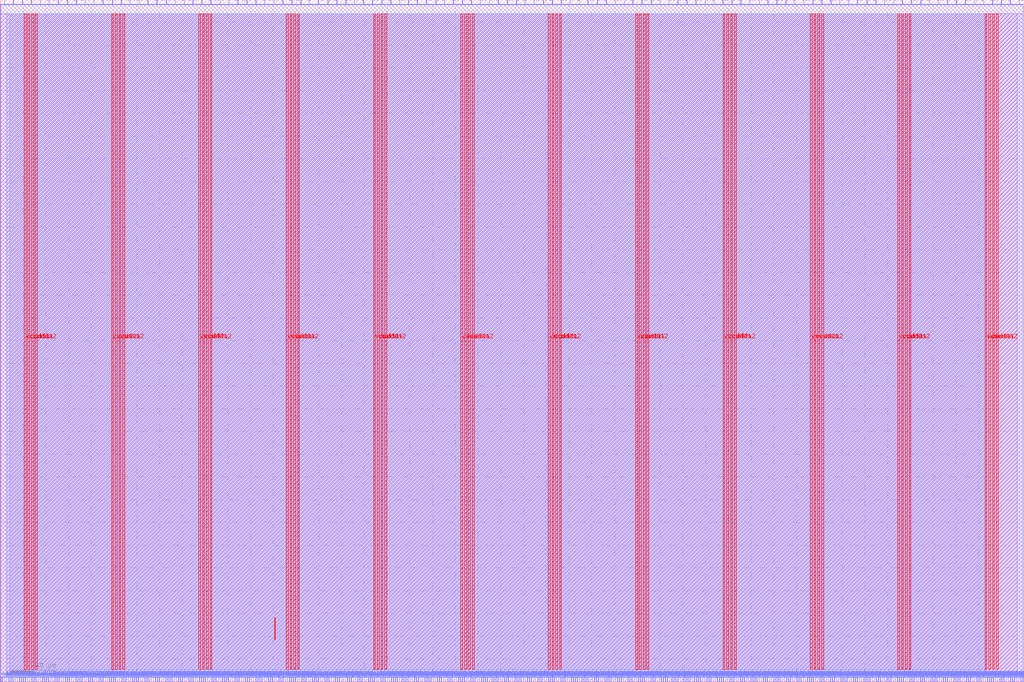
<source format=lef>
VERSION 5.7 ;
  NOWIREEXTENSIONATPIN ON ;
  DIVIDERCHAR "/" ;
  BUSBITCHARS "[]" ;
MACRO user_proj_example
  CLASS BLOCK ;
  FOREIGN user_proj_example ;
  ORIGIN 0.000 0.000 ;
  SIZE 900.000 BY 600.000 ;
  PIN io_in[0]
    DIRECTION INPUT ;
    USE SIGNAL ;
    PORT
      LAYER met2 ;
        RECT 3.770 596.000 4.050 600.000 ;
    END
  END io_in[0]
  PIN io_in[10]
    DIRECTION INPUT ;
    USE SIGNAL ;
    PORT
      LAYER met2 ;
        RECT 240.670 596.000 240.950 600.000 ;
    END
  END io_in[10]
  PIN io_in[11]
    DIRECTION INPUT ;
    USE SIGNAL ;
    PORT
      LAYER met2 ;
        RECT 264.130 596.000 264.410 600.000 ;
    END
  END io_in[11]
  PIN io_in[12]
    DIRECTION INPUT ;
    USE SIGNAL ;
    PORT
      LAYER met2 ;
        RECT 288.050 596.000 288.330 600.000 ;
    END
  END io_in[12]
  PIN io_in[13]
    DIRECTION INPUT ;
    USE SIGNAL ;
    PORT
      LAYER met2 ;
        RECT 311.510 596.000 311.790 600.000 ;
    END
  END io_in[13]
  PIN io_in[14]
    DIRECTION INPUT ;
    USE SIGNAL ;
    PORT
      LAYER met2 ;
        RECT 335.430 596.000 335.710 600.000 ;
    END
  END io_in[14]
  PIN io_in[15]
    DIRECTION INPUT ;
    USE SIGNAL ;
    PORT
      LAYER met2 ;
        RECT 358.890 596.000 359.170 600.000 ;
    END
  END io_in[15]
  PIN io_in[16]
    DIRECTION INPUT ;
    USE SIGNAL ;
    PORT
      LAYER met2 ;
        RECT 382.810 596.000 383.090 600.000 ;
    END
  END io_in[16]
  PIN io_in[17]
    DIRECTION INPUT ;
    USE SIGNAL ;
    PORT
      LAYER met2 ;
        RECT 406.270 596.000 406.550 600.000 ;
    END
  END io_in[17]
  PIN io_in[18]
    DIRECTION INPUT ;
    USE SIGNAL ;
    PORT
      LAYER met2 ;
        RECT 430.190 596.000 430.470 600.000 ;
    END
  END io_in[18]
  PIN io_in[19]
    DIRECTION INPUT ;
    USE SIGNAL ;
    PORT
      LAYER met2 ;
        RECT 453.650 596.000 453.930 600.000 ;
    END
  END io_in[19]
  PIN io_in[1]
    DIRECTION INPUT ;
    USE SIGNAL ;
    PORT
      LAYER met2 ;
        RECT 27.230 596.000 27.510 600.000 ;
    END
  END io_in[1]
  PIN io_in[20]
    DIRECTION INPUT ;
    USE SIGNAL ;
    PORT
      LAYER met2 ;
        RECT 477.570 596.000 477.850 600.000 ;
    END
  END io_in[20]
  PIN io_in[21]
    DIRECTION INPUT ;
    USE SIGNAL ;
    PORT
      LAYER met2 ;
        RECT 501.030 596.000 501.310 600.000 ;
    END
  END io_in[21]
  PIN io_in[22]
    DIRECTION INPUT ;
    USE SIGNAL ;
    PORT
      LAYER met2 ;
        RECT 524.950 596.000 525.230 600.000 ;
    END
  END io_in[22]
  PIN io_in[23]
    DIRECTION INPUT ;
    USE SIGNAL ;
    PORT
      LAYER met2 ;
        RECT 548.410 596.000 548.690 600.000 ;
    END
  END io_in[23]
  PIN io_in[24]
    DIRECTION INPUT ;
    USE SIGNAL ;
    PORT
      LAYER met2 ;
        RECT 572.330 596.000 572.610 600.000 ;
    END
  END io_in[24]
  PIN io_in[25]
    DIRECTION INPUT ;
    USE SIGNAL ;
    PORT
      LAYER met2 ;
        RECT 595.790 596.000 596.070 600.000 ;
    END
  END io_in[25]
  PIN io_in[26]
    DIRECTION INPUT ;
    USE SIGNAL ;
    PORT
      LAYER met2 ;
        RECT 619.710 596.000 619.990 600.000 ;
    END
  END io_in[26]
  PIN io_in[27]
    DIRECTION INPUT ;
    USE SIGNAL ;
    PORT
      LAYER met2 ;
        RECT 643.170 596.000 643.450 600.000 ;
    END
  END io_in[27]
  PIN io_in[28]
    DIRECTION INPUT ;
    USE SIGNAL ;
    PORT
      LAYER met2 ;
        RECT 667.090 596.000 667.370 600.000 ;
    END
  END io_in[28]
  PIN io_in[29]
    DIRECTION INPUT ;
    USE SIGNAL ;
    PORT
      LAYER met2 ;
        RECT 690.550 596.000 690.830 600.000 ;
    END
  END io_in[29]
  PIN io_in[2]
    DIRECTION INPUT ;
    USE SIGNAL ;
    PORT
      LAYER met2 ;
        RECT 51.150 596.000 51.430 600.000 ;
    END
  END io_in[2]
  PIN io_in[30]
    DIRECTION INPUT ;
    USE SIGNAL ;
    PORT
      LAYER met2 ;
        RECT 714.470 596.000 714.750 600.000 ;
    END
  END io_in[30]
  PIN io_in[31]
    DIRECTION INPUT ;
    USE SIGNAL ;
    PORT
      LAYER met2 ;
        RECT 737.930 596.000 738.210 600.000 ;
    END
  END io_in[31]
  PIN io_in[32]
    DIRECTION INPUT ;
    USE SIGNAL ;
    PORT
      LAYER met2 ;
        RECT 761.850 596.000 762.130 600.000 ;
    END
  END io_in[32]
  PIN io_in[33]
    DIRECTION INPUT ;
    USE SIGNAL ;
    PORT
      LAYER met2 ;
        RECT 785.310 596.000 785.590 600.000 ;
    END
  END io_in[33]
  PIN io_in[34]
    DIRECTION INPUT ;
    USE SIGNAL ;
    PORT
      LAYER met2 ;
        RECT 809.230 596.000 809.510 600.000 ;
    END
  END io_in[34]
  PIN io_in[35]
    DIRECTION INPUT ;
    USE SIGNAL ;
    PORT
      LAYER met2 ;
        RECT 832.690 596.000 832.970 600.000 ;
    END
  END io_in[35]
  PIN io_in[36]
    DIRECTION INPUT ;
    USE SIGNAL ;
    PORT
      LAYER met2 ;
        RECT 856.610 596.000 856.890 600.000 ;
    END
  END io_in[36]
  PIN io_in[37]
    DIRECTION INPUT ;
    USE SIGNAL ;
    PORT
      LAYER met2 ;
        RECT 880.070 596.000 880.350 600.000 ;
    END
  END io_in[37]
  PIN io_in[3]
    DIRECTION INPUT ;
    USE SIGNAL ;
    PORT
      LAYER met2 ;
        RECT 74.610 596.000 74.890 600.000 ;
    END
  END io_in[3]
  PIN io_in[4]
    DIRECTION INPUT ;
    USE SIGNAL ;
    PORT
      LAYER met2 ;
        RECT 98.530 596.000 98.810 600.000 ;
    END
  END io_in[4]
  PIN io_in[5]
    DIRECTION INPUT ;
    USE SIGNAL ;
    PORT
      LAYER met2 ;
        RECT 121.990 596.000 122.270 600.000 ;
    END
  END io_in[5]
  PIN io_in[6]
    DIRECTION INPUT ;
    USE SIGNAL ;
    PORT
      LAYER met2 ;
        RECT 145.910 596.000 146.190 600.000 ;
    END
  END io_in[6]
  PIN io_in[7]
    DIRECTION INPUT ;
    USE SIGNAL ;
    PORT
      LAYER met2 ;
        RECT 169.370 596.000 169.650 600.000 ;
    END
  END io_in[7]
  PIN io_in[8]
    DIRECTION INPUT ;
    USE SIGNAL ;
    PORT
      LAYER met2 ;
        RECT 193.290 596.000 193.570 600.000 ;
    END
  END io_in[8]
  PIN io_in[9]
    DIRECTION INPUT ;
    USE SIGNAL ;
    PORT
      LAYER met2 ;
        RECT 216.750 596.000 217.030 600.000 ;
    END
  END io_in[9]
  PIN io_oeb[0]
    DIRECTION OUTPUT TRISTATE ;
    USE SIGNAL ;
    PORT
      LAYER met2 ;
        RECT 11.590 596.000 11.870 600.000 ;
    END
  END io_oeb[0]
  PIN io_oeb[10]
    DIRECTION OUTPUT TRISTATE ;
    USE SIGNAL ;
    PORT
      LAYER met2 ;
        RECT 248.490 596.000 248.770 600.000 ;
    END
  END io_oeb[10]
  PIN io_oeb[11]
    DIRECTION OUTPUT TRISTATE ;
    USE SIGNAL ;
    PORT
      LAYER met2 ;
        RECT 271.950 596.000 272.230 600.000 ;
    END
  END io_oeb[11]
  PIN io_oeb[12]
    DIRECTION OUTPUT TRISTATE ;
    USE SIGNAL ;
    PORT
      LAYER met2 ;
        RECT 295.870 596.000 296.150 600.000 ;
    END
  END io_oeb[12]
  PIN io_oeb[13]
    DIRECTION OUTPUT TRISTATE ;
    USE SIGNAL ;
    PORT
      LAYER met2 ;
        RECT 319.330 596.000 319.610 600.000 ;
    END
  END io_oeb[13]
  PIN io_oeb[14]
    DIRECTION OUTPUT TRISTATE ;
    USE SIGNAL ;
    PORT
      LAYER met2 ;
        RECT 343.250 596.000 343.530 600.000 ;
    END
  END io_oeb[14]
  PIN io_oeb[15]
    DIRECTION OUTPUT TRISTATE ;
    USE SIGNAL ;
    PORT
      LAYER met2 ;
        RECT 366.710 596.000 366.990 600.000 ;
    END
  END io_oeb[15]
  PIN io_oeb[16]
    DIRECTION OUTPUT TRISTATE ;
    USE SIGNAL ;
    PORT
      LAYER met2 ;
        RECT 390.630 596.000 390.910 600.000 ;
    END
  END io_oeb[16]
  PIN io_oeb[17]
    DIRECTION OUTPUT TRISTATE ;
    USE SIGNAL ;
    PORT
      LAYER met2 ;
        RECT 414.090 596.000 414.370 600.000 ;
    END
  END io_oeb[17]
  PIN io_oeb[18]
    DIRECTION OUTPUT TRISTATE ;
    USE SIGNAL ;
    PORT
      LAYER met2 ;
        RECT 438.010 596.000 438.290 600.000 ;
    END
  END io_oeb[18]
  PIN io_oeb[19]
    DIRECTION OUTPUT TRISTATE ;
    USE SIGNAL ;
    PORT
      LAYER met2 ;
        RECT 461.470 596.000 461.750 600.000 ;
    END
  END io_oeb[19]
  PIN io_oeb[1]
    DIRECTION OUTPUT TRISTATE ;
    USE SIGNAL ;
    PORT
      LAYER met2 ;
        RECT 35.050 596.000 35.330 600.000 ;
    END
  END io_oeb[1]
  PIN io_oeb[20]
    DIRECTION OUTPUT TRISTATE ;
    USE SIGNAL ;
    PORT
      LAYER met2 ;
        RECT 485.390 596.000 485.670 600.000 ;
    END
  END io_oeb[20]
  PIN io_oeb[21]
    DIRECTION OUTPUT TRISTATE ;
    USE SIGNAL ;
    PORT
      LAYER met2 ;
        RECT 508.850 596.000 509.130 600.000 ;
    END
  END io_oeb[21]
  PIN io_oeb[22]
    DIRECTION OUTPUT TRISTATE ;
    USE SIGNAL ;
    PORT
      LAYER met2 ;
        RECT 532.770 596.000 533.050 600.000 ;
    END
  END io_oeb[22]
  PIN io_oeb[23]
    DIRECTION OUTPUT TRISTATE ;
    USE SIGNAL ;
    PORT
      LAYER met2 ;
        RECT 556.230 596.000 556.510 600.000 ;
    END
  END io_oeb[23]
  PIN io_oeb[24]
    DIRECTION OUTPUT TRISTATE ;
    USE SIGNAL ;
    PORT
      LAYER met2 ;
        RECT 580.150 596.000 580.430 600.000 ;
    END
  END io_oeb[24]
  PIN io_oeb[25]
    DIRECTION OUTPUT TRISTATE ;
    USE SIGNAL ;
    PORT
      LAYER met2 ;
        RECT 603.610 596.000 603.890 600.000 ;
    END
  END io_oeb[25]
  PIN io_oeb[26]
    DIRECTION OUTPUT TRISTATE ;
    USE SIGNAL ;
    PORT
      LAYER met2 ;
        RECT 627.530 596.000 627.810 600.000 ;
    END
  END io_oeb[26]
  PIN io_oeb[27]
    DIRECTION OUTPUT TRISTATE ;
    USE SIGNAL ;
    PORT
      LAYER met2 ;
        RECT 650.990 596.000 651.270 600.000 ;
    END
  END io_oeb[27]
  PIN io_oeb[28]
    DIRECTION OUTPUT TRISTATE ;
    USE SIGNAL ;
    PORT
      LAYER met2 ;
        RECT 674.910 596.000 675.190 600.000 ;
    END
  END io_oeb[28]
  PIN io_oeb[29]
    DIRECTION OUTPUT TRISTATE ;
    USE SIGNAL ;
    PORT
      LAYER met2 ;
        RECT 698.370 596.000 698.650 600.000 ;
    END
  END io_oeb[29]
  PIN io_oeb[2]
    DIRECTION OUTPUT TRISTATE ;
    USE SIGNAL ;
    PORT
      LAYER met2 ;
        RECT 58.970 596.000 59.250 600.000 ;
    END
  END io_oeb[2]
  PIN io_oeb[30]
    DIRECTION OUTPUT TRISTATE ;
    USE SIGNAL ;
    PORT
      LAYER met2 ;
        RECT 722.290 596.000 722.570 600.000 ;
    END
  END io_oeb[30]
  PIN io_oeb[31]
    DIRECTION OUTPUT TRISTATE ;
    USE SIGNAL ;
    PORT
      LAYER met2 ;
        RECT 745.750 596.000 746.030 600.000 ;
    END
  END io_oeb[31]
  PIN io_oeb[32]
    DIRECTION OUTPUT TRISTATE ;
    USE SIGNAL ;
    PORT
      LAYER met2 ;
        RECT 769.670 596.000 769.950 600.000 ;
    END
  END io_oeb[32]
  PIN io_oeb[33]
    DIRECTION OUTPUT TRISTATE ;
    USE SIGNAL ;
    PORT
      LAYER met2 ;
        RECT 793.130 596.000 793.410 600.000 ;
    END
  END io_oeb[33]
  PIN io_oeb[34]
    DIRECTION OUTPUT TRISTATE ;
    USE SIGNAL ;
    PORT
      LAYER met2 ;
        RECT 817.050 596.000 817.330 600.000 ;
    END
  END io_oeb[34]
  PIN io_oeb[35]
    DIRECTION OUTPUT TRISTATE ;
    USE SIGNAL ;
    PORT
      LAYER met2 ;
        RECT 840.510 596.000 840.790 600.000 ;
    END
  END io_oeb[35]
  PIN io_oeb[36]
    DIRECTION OUTPUT TRISTATE ;
    USE SIGNAL ;
    PORT
      LAYER met2 ;
        RECT 864.430 596.000 864.710 600.000 ;
    END
  END io_oeb[36]
  PIN io_oeb[37]
    DIRECTION OUTPUT TRISTATE ;
    USE SIGNAL ;
    PORT
      LAYER met2 ;
        RECT 887.890 596.000 888.170 600.000 ;
    END
  END io_oeb[37]
  PIN io_oeb[3]
    DIRECTION OUTPUT TRISTATE ;
    USE SIGNAL ;
    PORT
      LAYER met2 ;
        RECT 82.430 596.000 82.710 600.000 ;
    END
  END io_oeb[3]
  PIN io_oeb[4]
    DIRECTION OUTPUT TRISTATE ;
    USE SIGNAL ;
    PORT
      LAYER met2 ;
        RECT 106.350 596.000 106.630 600.000 ;
    END
  END io_oeb[4]
  PIN io_oeb[5]
    DIRECTION OUTPUT TRISTATE ;
    USE SIGNAL ;
    PORT
      LAYER met2 ;
        RECT 129.810 596.000 130.090 600.000 ;
    END
  END io_oeb[5]
  PIN io_oeb[6]
    DIRECTION OUTPUT TRISTATE ;
    USE SIGNAL ;
    PORT
      LAYER met2 ;
        RECT 153.730 596.000 154.010 600.000 ;
    END
  END io_oeb[6]
  PIN io_oeb[7]
    DIRECTION OUTPUT TRISTATE ;
    USE SIGNAL ;
    PORT
      LAYER met2 ;
        RECT 177.190 596.000 177.470 600.000 ;
    END
  END io_oeb[7]
  PIN io_oeb[8]
    DIRECTION OUTPUT TRISTATE ;
    USE SIGNAL ;
    PORT
      LAYER met2 ;
        RECT 201.110 596.000 201.390 600.000 ;
    END
  END io_oeb[8]
  PIN io_oeb[9]
    DIRECTION OUTPUT TRISTATE ;
    USE SIGNAL ;
    PORT
      LAYER met2 ;
        RECT 224.570 596.000 224.850 600.000 ;
    END
  END io_oeb[9]
  PIN io_out[0]
    DIRECTION OUTPUT TRISTATE ;
    USE SIGNAL ;
    PORT
      LAYER met2 ;
        RECT 19.410 596.000 19.690 600.000 ;
    END
  END io_out[0]
  PIN io_out[10]
    DIRECTION OUTPUT TRISTATE ;
    USE SIGNAL ;
    PORT
      LAYER met2 ;
        RECT 256.310 596.000 256.590 600.000 ;
    END
  END io_out[10]
  PIN io_out[11]
    DIRECTION OUTPUT TRISTATE ;
    USE SIGNAL ;
    PORT
      LAYER met2 ;
        RECT 279.770 596.000 280.050 600.000 ;
    END
  END io_out[11]
  PIN io_out[12]
    DIRECTION OUTPUT TRISTATE ;
    USE SIGNAL ;
    PORT
      LAYER met2 ;
        RECT 303.690 596.000 303.970 600.000 ;
    END
  END io_out[12]
  PIN io_out[13]
    DIRECTION OUTPUT TRISTATE ;
    USE SIGNAL ;
    PORT
      LAYER met2 ;
        RECT 327.150 596.000 327.430 600.000 ;
    END
  END io_out[13]
  PIN io_out[14]
    DIRECTION OUTPUT TRISTATE ;
    USE SIGNAL ;
    PORT
      LAYER met2 ;
        RECT 351.070 596.000 351.350 600.000 ;
    END
  END io_out[14]
  PIN io_out[15]
    DIRECTION OUTPUT TRISTATE ;
    USE SIGNAL ;
    PORT
      LAYER met2 ;
        RECT 374.530 596.000 374.810 600.000 ;
    END
  END io_out[15]
  PIN io_out[16]
    DIRECTION OUTPUT TRISTATE ;
    USE SIGNAL ;
    PORT
      LAYER met2 ;
        RECT 398.450 596.000 398.730 600.000 ;
    END
  END io_out[16]
  PIN io_out[17]
    DIRECTION OUTPUT TRISTATE ;
    USE SIGNAL ;
    PORT
      LAYER met2 ;
        RECT 421.910 596.000 422.190 600.000 ;
    END
  END io_out[17]
  PIN io_out[18]
    DIRECTION OUTPUT TRISTATE ;
    USE SIGNAL ;
    PORT
      LAYER met2 ;
        RECT 445.830 596.000 446.110 600.000 ;
    END
  END io_out[18]
  PIN io_out[19]
    DIRECTION OUTPUT TRISTATE ;
    USE SIGNAL ;
    PORT
      LAYER met2 ;
        RECT 469.290 596.000 469.570 600.000 ;
    END
  END io_out[19]
  PIN io_out[1]
    DIRECTION OUTPUT TRISTATE ;
    USE SIGNAL ;
    PORT
      LAYER met2 ;
        RECT 42.870 596.000 43.150 600.000 ;
    END
  END io_out[1]
  PIN io_out[20]
    DIRECTION OUTPUT TRISTATE ;
    USE SIGNAL ;
    PORT
      LAYER met2 ;
        RECT 493.210 596.000 493.490 600.000 ;
    END
  END io_out[20]
  PIN io_out[21]
    DIRECTION OUTPUT TRISTATE ;
    USE SIGNAL ;
    PORT
      LAYER met2 ;
        RECT 516.670 596.000 516.950 600.000 ;
    END
  END io_out[21]
  PIN io_out[22]
    DIRECTION OUTPUT TRISTATE ;
    USE SIGNAL ;
    PORT
      LAYER met2 ;
        RECT 540.590 596.000 540.870 600.000 ;
    END
  END io_out[22]
  PIN io_out[23]
    DIRECTION OUTPUT TRISTATE ;
    USE SIGNAL ;
    PORT
      LAYER met2 ;
        RECT 564.050 596.000 564.330 600.000 ;
    END
  END io_out[23]
  PIN io_out[24]
    DIRECTION OUTPUT TRISTATE ;
    USE SIGNAL ;
    PORT
      LAYER met2 ;
        RECT 587.970 596.000 588.250 600.000 ;
    END
  END io_out[24]
  PIN io_out[25]
    DIRECTION OUTPUT TRISTATE ;
    USE SIGNAL ;
    PORT
      LAYER met2 ;
        RECT 611.430 596.000 611.710 600.000 ;
    END
  END io_out[25]
  PIN io_out[26]
    DIRECTION OUTPUT TRISTATE ;
    USE SIGNAL ;
    PORT
      LAYER met2 ;
        RECT 635.350 596.000 635.630 600.000 ;
    END
  END io_out[26]
  PIN io_out[27]
    DIRECTION OUTPUT TRISTATE ;
    USE SIGNAL ;
    PORT
      LAYER met2 ;
        RECT 658.810 596.000 659.090 600.000 ;
    END
  END io_out[27]
  PIN io_out[28]
    DIRECTION OUTPUT TRISTATE ;
    USE SIGNAL ;
    PORT
      LAYER met2 ;
        RECT 682.730 596.000 683.010 600.000 ;
    END
  END io_out[28]
  PIN io_out[29]
    DIRECTION OUTPUT TRISTATE ;
    USE SIGNAL ;
    PORT
      LAYER met2 ;
        RECT 706.190 596.000 706.470 600.000 ;
    END
  END io_out[29]
  PIN io_out[2]
    DIRECTION OUTPUT TRISTATE ;
    USE SIGNAL ;
    PORT
      LAYER met2 ;
        RECT 66.790 596.000 67.070 600.000 ;
    END
  END io_out[2]
  PIN io_out[30]
    DIRECTION OUTPUT TRISTATE ;
    USE SIGNAL ;
    PORT
      LAYER met2 ;
        RECT 730.110 596.000 730.390 600.000 ;
    END
  END io_out[30]
  PIN io_out[31]
    DIRECTION OUTPUT TRISTATE ;
    USE SIGNAL ;
    PORT
      LAYER met2 ;
        RECT 753.570 596.000 753.850 600.000 ;
    END
  END io_out[31]
  PIN io_out[32]
    DIRECTION OUTPUT TRISTATE ;
    USE SIGNAL ;
    PORT
      LAYER met2 ;
        RECT 777.490 596.000 777.770 600.000 ;
    END
  END io_out[32]
  PIN io_out[33]
    DIRECTION OUTPUT TRISTATE ;
    USE SIGNAL ;
    PORT
      LAYER met2 ;
        RECT 800.950 596.000 801.230 600.000 ;
    END
  END io_out[33]
  PIN io_out[34]
    DIRECTION OUTPUT TRISTATE ;
    USE SIGNAL ;
    PORT
      LAYER met2 ;
        RECT 824.870 596.000 825.150 600.000 ;
    END
  END io_out[34]
  PIN io_out[35]
    DIRECTION OUTPUT TRISTATE ;
    USE SIGNAL ;
    PORT
      LAYER met2 ;
        RECT 848.330 596.000 848.610 600.000 ;
    END
  END io_out[35]
  PIN io_out[36]
    DIRECTION OUTPUT TRISTATE ;
    USE SIGNAL ;
    PORT
      LAYER met2 ;
        RECT 872.250 596.000 872.530 600.000 ;
    END
  END io_out[36]
  PIN io_out[37]
    DIRECTION OUTPUT TRISTATE ;
    USE SIGNAL ;
    PORT
      LAYER met2 ;
        RECT 895.710 596.000 895.990 600.000 ;
    END
  END io_out[37]
  PIN io_out[3]
    DIRECTION OUTPUT TRISTATE ;
    USE SIGNAL ;
    PORT
      LAYER met2 ;
        RECT 90.250 596.000 90.530 600.000 ;
    END
  END io_out[3]
  PIN io_out[4]
    DIRECTION OUTPUT TRISTATE ;
    USE SIGNAL ;
    PORT
      LAYER met2 ;
        RECT 114.170 596.000 114.450 600.000 ;
    END
  END io_out[4]
  PIN io_out[5]
    DIRECTION OUTPUT TRISTATE ;
    USE SIGNAL ;
    PORT
      LAYER met2 ;
        RECT 137.630 596.000 137.910 600.000 ;
    END
  END io_out[5]
  PIN io_out[6]
    DIRECTION OUTPUT TRISTATE ;
    USE SIGNAL ;
    PORT
      LAYER met2 ;
        RECT 161.550 596.000 161.830 600.000 ;
    END
  END io_out[6]
  PIN io_out[7]
    DIRECTION OUTPUT TRISTATE ;
    USE SIGNAL ;
    PORT
      LAYER met2 ;
        RECT 185.010 596.000 185.290 600.000 ;
    END
  END io_out[7]
  PIN io_out[8]
    DIRECTION OUTPUT TRISTATE ;
    USE SIGNAL ;
    PORT
      LAYER met2 ;
        RECT 208.930 596.000 209.210 600.000 ;
    END
  END io_out[8]
  PIN io_out[9]
    DIRECTION OUTPUT TRISTATE ;
    USE SIGNAL ;
    PORT
      LAYER met2 ;
        RECT 232.390 596.000 232.670 600.000 ;
    END
  END io_out[9]
  PIN la_data_in[0]
    DIRECTION INPUT ;
    USE SIGNAL ;
    PORT
      LAYER met2 ;
        RECT 195.130 0.000 195.410 4.000 ;
    END
  END la_data_in[0]
  PIN la_data_in[100]
    DIRECTION INPUT ;
    USE SIGNAL ;
    PORT
      LAYER met2 ;
        RECT 746.210 0.000 746.490 4.000 ;
    END
  END la_data_in[100]
  PIN la_data_in[101]
    DIRECTION INPUT ;
    USE SIGNAL ;
    PORT
      LAYER met2 ;
        RECT 751.730 0.000 752.010 4.000 ;
    END
  END la_data_in[101]
  PIN la_data_in[102]
    DIRECTION INPUT ;
    USE SIGNAL ;
    PORT
      LAYER met2 ;
        RECT 757.250 0.000 757.530 4.000 ;
    END
  END la_data_in[102]
  PIN la_data_in[103]
    DIRECTION INPUT ;
    USE SIGNAL ;
    PORT
      LAYER met2 ;
        RECT 762.770 0.000 763.050 4.000 ;
    END
  END la_data_in[103]
  PIN la_data_in[104]
    DIRECTION INPUT ;
    USE SIGNAL ;
    PORT
      LAYER met2 ;
        RECT 768.290 0.000 768.570 4.000 ;
    END
  END la_data_in[104]
  PIN la_data_in[105]
    DIRECTION INPUT ;
    USE SIGNAL ;
    PORT
      LAYER met2 ;
        RECT 773.810 0.000 774.090 4.000 ;
    END
  END la_data_in[105]
  PIN la_data_in[106]
    DIRECTION INPUT ;
    USE SIGNAL ;
    PORT
      LAYER met2 ;
        RECT 779.330 0.000 779.610 4.000 ;
    END
  END la_data_in[106]
  PIN la_data_in[107]
    DIRECTION INPUT ;
    USE SIGNAL ;
    PORT
      LAYER met2 ;
        RECT 784.850 0.000 785.130 4.000 ;
    END
  END la_data_in[107]
  PIN la_data_in[108]
    DIRECTION INPUT ;
    USE SIGNAL ;
    PORT
      LAYER met2 ;
        RECT 790.370 0.000 790.650 4.000 ;
    END
  END la_data_in[108]
  PIN la_data_in[109]
    DIRECTION INPUT ;
    USE SIGNAL ;
    PORT
      LAYER met2 ;
        RECT 795.890 0.000 796.170 4.000 ;
    END
  END la_data_in[109]
  PIN la_data_in[10]
    DIRECTION INPUT ;
    USE SIGNAL ;
    PORT
      LAYER met2 ;
        RECT 250.330 0.000 250.610 4.000 ;
    END
  END la_data_in[10]
  PIN la_data_in[110]
    DIRECTION INPUT ;
    USE SIGNAL ;
    PORT
      LAYER met2 ;
        RECT 801.410 0.000 801.690 4.000 ;
    END
  END la_data_in[110]
  PIN la_data_in[111]
    DIRECTION INPUT ;
    USE SIGNAL ;
    PORT
      LAYER met2 ;
        RECT 806.930 0.000 807.210 4.000 ;
    END
  END la_data_in[111]
  PIN la_data_in[112]
    DIRECTION INPUT ;
    USE SIGNAL ;
    PORT
      LAYER met2 ;
        RECT 812.450 0.000 812.730 4.000 ;
    END
  END la_data_in[112]
  PIN la_data_in[113]
    DIRECTION INPUT ;
    USE SIGNAL ;
    PORT
      LAYER met2 ;
        RECT 817.970 0.000 818.250 4.000 ;
    END
  END la_data_in[113]
  PIN la_data_in[114]
    DIRECTION INPUT ;
    USE SIGNAL ;
    PORT
      LAYER met2 ;
        RECT 823.490 0.000 823.770 4.000 ;
    END
  END la_data_in[114]
  PIN la_data_in[115]
    DIRECTION INPUT ;
    USE SIGNAL ;
    PORT
      LAYER met2 ;
        RECT 829.010 0.000 829.290 4.000 ;
    END
  END la_data_in[115]
  PIN la_data_in[116]
    DIRECTION INPUT ;
    USE SIGNAL ;
    PORT
      LAYER met2 ;
        RECT 834.530 0.000 834.810 4.000 ;
    END
  END la_data_in[116]
  PIN la_data_in[117]
    DIRECTION INPUT ;
    USE SIGNAL ;
    PORT
      LAYER met2 ;
        RECT 840.050 0.000 840.330 4.000 ;
    END
  END la_data_in[117]
  PIN la_data_in[118]
    DIRECTION INPUT ;
    USE SIGNAL ;
    PORT
      LAYER met2 ;
        RECT 845.570 0.000 845.850 4.000 ;
    END
  END la_data_in[118]
  PIN la_data_in[119]
    DIRECTION INPUT ;
    USE SIGNAL ;
    PORT
      LAYER met2 ;
        RECT 851.090 0.000 851.370 4.000 ;
    END
  END la_data_in[119]
  PIN la_data_in[11]
    DIRECTION INPUT ;
    USE SIGNAL ;
    PORT
      LAYER met2 ;
        RECT 255.850 0.000 256.130 4.000 ;
    END
  END la_data_in[11]
  PIN la_data_in[120]
    DIRECTION INPUT ;
    USE SIGNAL ;
    PORT
      LAYER met2 ;
        RECT 856.610 0.000 856.890 4.000 ;
    END
  END la_data_in[120]
  PIN la_data_in[121]
    DIRECTION INPUT ;
    USE SIGNAL ;
    PORT
      LAYER met2 ;
        RECT 862.130 0.000 862.410 4.000 ;
    END
  END la_data_in[121]
  PIN la_data_in[122]
    DIRECTION INPUT ;
    USE SIGNAL ;
    PORT
      LAYER met2 ;
        RECT 867.650 0.000 867.930 4.000 ;
    END
  END la_data_in[122]
  PIN la_data_in[123]
    DIRECTION INPUT ;
    USE SIGNAL ;
    PORT
      LAYER met2 ;
        RECT 873.170 0.000 873.450 4.000 ;
    END
  END la_data_in[123]
  PIN la_data_in[124]
    DIRECTION INPUT ;
    USE SIGNAL ;
    PORT
      LAYER met2 ;
        RECT 878.690 0.000 878.970 4.000 ;
    END
  END la_data_in[124]
  PIN la_data_in[125]
    DIRECTION INPUT ;
    USE SIGNAL ;
    PORT
      LAYER met2 ;
        RECT 884.210 0.000 884.490 4.000 ;
    END
  END la_data_in[125]
  PIN la_data_in[126]
    DIRECTION INPUT ;
    USE SIGNAL ;
    PORT
      LAYER met2 ;
        RECT 889.730 0.000 890.010 4.000 ;
    END
  END la_data_in[126]
  PIN la_data_in[127]
    DIRECTION INPUT ;
    USE SIGNAL ;
    PORT
      LAYER met2 ;
        RECT 895.250 0.000 895.530 4.000 ;
    END
  END la_data_in[127]
  PIN la_data_in[12]
    DIRECTION INPUT ;
    USE SIGNAL ;
    PORT
      LAYER met2 ;
        RECT 261.370 0.000 261.650 4.000 ;
    END
  END la_data_in[12]
  PIN la_data_in[13]
    DIRECTION INPUT ;
    USE SIGNAL ;
    PORT
      LAYER met2 ;
        RECT 266.890 0.000 267.170 4.000 ;
    END
  END la_data_in[13]
  PIN la_data_in[14]
    DIRECTION INPUT ;
    USE SIGNAL ;
    PORT
      LAYER met2 ;
        RECT 272.410 0.000 272.690 4.000 ;
    END
  END la_data_in[14]
  PIN la_data_in[15]
    DIRECTION INPUT ;
    USE SIGNAL ;
    PORT
      LAYER met2 ;
        RECT 277.930 0.000 278.210 4.000 ;
    END
  END la_data_in[15]
  PIN la_data_in[16]
    DIRECTION INPUT ;
    USE SIGNAL ;
    PORT
      LAYER met2 ;
        RECT 283.450 0.000 283.730 4.000 ;
    END
  END la_data_in[16]
  PIN la_data_in[17]
    DIRECTION INPUT ;
    USE SIGNAL ;
    PORT
      LAYER met2 ;
        RECT 288.970 0.000 289.250 4.000 ;
    END
  END la_data_in[17]
  PIN la_data_in[18]
    DIRECTION INPUT ;
    USE SIGNAL ;
    PORT
      LAYER met2 ;
        RECT 294.490 0.000 294.770 4.000 ;
    END
  END la_data_in[18]
  PIN la_data_in[19]
    DIRECTION INPUT ;
    USE SIGNAL ;
    PORT
      LAYER met2 ;
        RECT 300.010 0.000 300.290 4.000 ;
    END
  END la_data_in[19]
  PIN la_data_in[1]
    DIRECTION INPUT ;
    USE SIGNAL ;
    PORT
      LAYER met2 ;
        RECT 200.650 0.000 200.930 4.000 ;
    END
  END la_data_in[1]
  PIN la_data_in[20]
    DIRECTION INPUT ;
    USE SIGNAL ;
    PORT
      LAYER met2 ;
        RECT 305.070 0.000 305.350 4.000 ;
    END
  END la_data_in[20]
  PIN la_data_in[21]
    DIRECTION INPUT ;
    USE SIGNAL ;
    PORT
      LAYER met2 ;
        RECT 310.590 0.000 310.870 4.000 ;
    END
  END la_data_in[21]
  PIN la_data_in[22]
    DIRECTION INPUT ;
    USE SIGNAL ;
    PORT
      LAYER met2 ;
        RECT 316.110 0.000 316.390 4.000 ;
    END
  END la_data_in[22]
  PIN la_data_in[23]
    DIRECTION INPUT ;
    USE SIGNAL ;
    PORT
      LAYER met2 ;
        RECT 321.630 0.000 321.910 4.000 ;
    END
  END la_data_in[23]
  PIN la_data_in[24]
    DIRECTION INPUT ;
    USE SIGNAL ;
    PORT
      LAYER met2 ;
        RECT 327.150 0.000 327.430 4.000 ;
    END
  END la_data_in[24]
  PIN la_data_in[25]
    DIRECTION INPUT ;
    USE SIGNAL ;
    PORT
      LAYER met2 ;
        RECT 332.670 0.000 332.950 4.000 ;
    END
  END la_data_in[25]
  PIN la_data_in[26]
    DIRECTION INPUT ;
    USE SIGNAL ;
    PORT
      LAYER met2 ;
        RECT 338.190 0.000 338.470 4.000 ;
    END
  END la_data_in[26]
  PIN la_data_in[27]
    DIRECTION INPUT ;
    USE SIGNAL ;
    PORT
      LAYER met2 ;
        RECT 343.710 0.000 343.990 4.000 ;
    END
  END la_data_in[27]
  PIN la_data_in[28]
    DIRECTION INPUT ;
    USE SIGNAL ;
    PORT
      LAYER met2 ;
        RECT 349.230 0.000 349.510 4.000 ;
    END
  END la_data_in[28]
  PIN la_data_in[29]
    DIRECTION INPUT ;
    USE SIGNAL ;
    PORT
      LAYER met2 ;
        RECT 354.750 0.000 355.030 4.000 ;
    END
  END la_data_in[29]
  PIN la_data_in[2]
    DIRECTION INPUT ;
    USE SIGNAL ;
    PORT
      LAYER met2 ;
        RECT 206.170 0.000 206.450 4.000 ;
    END
  END la_data_in[2]
  PIN la_data_in[30]
    DIRECTION INPUT ;
    USE SIGNAL ;
    PORT
      LAYER met2 ;
        RECT 360.270 0.000 360.550 4.000 ;
    END
  END la_data_in[30]
  PIN la_data_in[31]
    DIRECTION INPUT ;
    USE SIGNAL ;
    PORT
      LAYER met2 ;
        RECT 365.790 0.000 366.070 4.000 ;
    END
  END la_data_in[31]
  PIN la_data_in[32]
    DIRECTION INPUT ;
    USE SIGNAL ;
    PORT
      LAYER met2 ;
        RECT 371.310 0.000 371.590 4.000 ;
    END
  END la_data_in[32]
  PIN la_data_in[33]
    DIRECTION INPUT ;
    USE SIGNAL ;
    PORT
      LAYER met2 ;
        RECT 376.830 0.000 377.110 4.000 ;
    END
  END la_data_in[33]
  PIN la_data_in[34]
    DIRECTION INPUT ;
    USE SIGNAL ;
    PORT
      LAYER met2 ;
        RECT 382.350 0.000 382.630 4.000 ;
    END
  END la_data_in[34]
  PIN la_data_in[35]
    DIRECTION INPUT ;
    USE SIGNAL ;
    PORT
      LAYER met2 ;
        RECT 387.870 0.000 388.150 4.000 ;
    END
  END la_data_in[35]
  PIN la_data_in[36]
    DIRECTION INPUT ;
    USE SIGNAL ;
    PORT
      LAYER met2 ;
        RECT 393.390 0.000 393.670 4.000 ;
    END
  END la_data_in[36]
  PIN la_data_in[37]
    DIRECTION INPUT ;
    USE SIGNAL ;
    PORT
      LAYER met2 ;
        RECT 398.910 0.000 399.190 4.000 ;
    END
  END la_data_in[37]
  PIN la_data_in[38]
    DIRECTION INPUT ;
    USE SIGNAL ;
    PORT
      LAYER met2 ;
        RECT 404.430 0.000 404.710 4.000 ;
    END
  END la_data_in[38]
  PIN la_data_in[39]
    DIRECTION INPUT ;
    USE SIGNAL ;
    PORT
      LAYER met2 ;
        RECT 409.950 0.000 410.230 4.000 ;
    END
  END la_data_in[39]
  PIN la_data_in[3]
    DIRECTION INPUT ;
    USE SIGNAL ;
    PORT
      LAYER met2 ;
        RECT 211.690 0.000 211.970 4.000 ;
    END
  END la_data_in[3]
  PIN la_data_in[40]
    DIRECTION INPUT ;
    USE SIGNAL ;
    PORT
      LAYER met2 ;
        RECT 415.470 0.000 415.750 4.000 ;
    END
  END la_data_in[40]
  PIN la_data_in[41]
    DIRECTION INPUT ;
    USE SIGNAL ;
    PORT
      LAYER met2 ;
        RECT 420.990 0.000 421.270 4.000 ;
    END
  END la_data_in[41]
  PIN la_data_in[42]
    DIRECTION INPUT ;
    USE SIGNAL ;
    PORT
      LAYER met2 ;
        RECT 426.510 0.000 426.790 4.000 ;
    END
  END la_data_in[42]
  PIN la_data_in[43]
    DIRECTION INPUT ;
    USE SIGNAL ;
    PORT
      LAYER met2 ;
        RECT 432.030 0.000 432.310 4.000 ;
    END
  END la_data_in[43]
  PIN la_data_in[44]
    DIRECTION INPUT ;
    USE SIGNAL ;
    PORT
      LAYER met2 ;
        RECT 437.550 0.000 437.830 4.000 ;
    END
  END la_data_in[44]
  PIN la_data_in[45]
    DIRECTION INPUT ;
    USE SIGNAL ;
    PORT
      LAYER met2 ;
        RECT 443.070 0.000 443.350 4.000 ;
    END
  END la_data_in[45]
  PIN la_data_in[46]
    DIRECTION INPUT ;
    USE SIGNAL ;
    PORT
      LAYER met2 ;
        RECT 448.590 0.000 448.870 4.000 ;
    END
  END la_data_in[46]
  PIN la_data_in[47]
    DIRECTION INPUT ;
    USE SIGNAL ;
    PORT
      LAYER met2 ;
        RECT 454.110 0.000 454.390 4.000 ;
    END
  END la_data_in[47]
  PIN la_data_in[48]
    DIRECTION INPUT ;
    USE SIGNAL ;
    PORT
      LAYER met2 ;
        RECT 459.630 0.000 459.910 4.000 ;
    END
  END la_data_in[48]
  PIN la_data_in[49]
    DIRECTION INPUT ;
    USE SIGNAL ;
    PORT
      LAYER met2 ;
        RECT 465.150 0.000 465.430 4.000 ;
    END
  END la_data_in[49]
  PIN la_data_in[4]
    DIRECTION INPUT ;
    USE SIGNAL ;
    PORT
      LAYER met2 ;
        RECT 217.210 0.000 217.490 4.000 ;
    END
  END la_data_in[4]
  PIN la_data_in[50]
    DIRECTION INPUT ;
    USE SIGNAL ;
    PORT
      LAYER met2 ;
        RECT 470.670 0.000 470.950 4.000 ;
    END
  END la_data_in[50]
  PIN la_data_in[51]
    DIRECTION INPUT ;
    USE SIGNAL ;
    PORT
      LAYER met2 ;
        RECT 476.190 0.000 476.470 4.000 ;
    END
  END la_data_in[51]
  PIN la_data_in[52]
    DIRECTION INPUT ;
    USE SIGNAL ;
    PORT
      LAYER met2 ;
        RECT 481.710 0.000 481.990 4.000 ;
    END
  END la_data_in[52]
  PIN la_data_in[53]
    DIRECTION INPUT ;
    USE SIGNAL ;
    PORT
      LAYER met2 ;
        RECT 487.230 0.000 487.510 4.000 ;
    END
  END la_data_in[53]
  PIN la_data_in[54]
    DIRECTION INPUT ;
    USE SIGNAL ;
    PORT
      LAYER met2 ;
        RECT 492.750 0.000 493.030 4.000 ;
    END
  END la_data_in[54]
  PIN la_data_in[55]
    DIRECTION INPUT ;
    USE SIGNAL ;
    PORT
      LAYER met2 ;
        RECT 498.270 0.000 498.550 4.000 ;
    END
  END la_data_in[55]
  PIN la_data_in[56]
    DIRECTION INPUT ;
    USE SIGNAL ;
    PORT
      LAYER met2 ;
        RECT 503.790 0.000 504.070 4.000 ;
    END
  END la_data_in[56]
  PIN la_data_in[57]
    DIRECTION INPUT ;
    USE SIGNAL ;
    PORT
      LAYER met2 ;
        RECT 509.310 0.000 509.590 4.000 ;
    END
  END la_data_in[57]
  PIN la_data_in[58]
    DIRECTION INPUT ;
    USE SIGNAL ;
    PORT
      LAYER met2 ;
        RECT 514.830 0.000 515.110 4.000 ;
    END
  END la_data_in[58]
  PIN la_data_in[59]
    DIRECTION INPUT ;
    USE SIGNAL ;
    PORT
      LAYER met2 ;
        RECT 520.350 0.000 520.630 4.000 ;
    END
  END la_data_in[59]
  PIN la_data_in[5]
    DIRECTION INPUT ;
    USE SIGNAL ;
    PORT
      LAYER met2 ;
        RECT 222.730 0.000 223.010 4.000 ;
    END
  END la_data_in[5]
  PIN la_data_in[60]
    DIRECTION INPUT ;
    USE SIGNAL ;
    PORT
      LAYER met2 ;
        RECT 525.870 0.000 526.150 4.000 ;
    END
  END la_data_in[60]
  PIN la_data_in[61]
    DIRECTION INPUT ;
    USE SIGNAL ;
    PORT
      LAYER met2 ;
        RECT 531.390 0.000 531.670 4.000 ;
    END
  END la_data_in[61]
  PIN la_data_in[62]
    DIRECTION INPUT ;
    USE SIGNAL ;
    PORT
      LAYER met2 ;
        RECT 536.910 0.000 537.190 4.000 ;
    END
  END la_data_in[62]
  PIN la_data_in[63]
    DIRECTION INPUT ;
    USE SIGNAL ;
    PORT
      LAYER met2 ;
        RECT 542.430 0.000 542.710 4.000 ;
    END
  END la_data_in[63]
  PIN la_data_in[64]
    DIRECTION INPUT ;
    USE SIGNAL ;
    PORT
      LAYER met2 ;
        RECT 547.950 0.000 548.230 4.000 ;
    END
  END la_data_in[64]
  PIN la_data_in[65]
    DIRECTION INPUT ;
    USE SIGNAL ;
    PORT
      LAYER met2 ;
        RECT 553.470 0.000 553.750 4.000 ;
    END
  END la_data_in[65]
  PIN la_data_in[66]
    DIRECTION INPUT ;
    USE SIGNAL ;
    PORT
      LAYER met2 ;
        RECT 558.990 0.000 559.270 4.000 ;
    END
  END la_data_in[66]
  PIN la_data_in[67]
    DIRECTION INPUT ;
    USE SIGNAL ;
    PORT
      LAYER met2 ;
        RECT 564.510 0.000 564.790 4.000 ;
    END
  END la_data_in[67]
  PIN la_data_in[68]
    DIRECTION INPUT ;
    USE SIGNAL ;
    PORT
      LAYER met2 ;
        RECT 570.030 0.000 570.310 4.000 ;
    END
  END la_data_in[68]
  PIN la_data_in[69]
    DIRECTION INPUT ;
    USE SIGNAL ;
    PORT
      LAYER met2 ;
        RECT 575.550 0.000 575.830 4.000 ;
    END
  END la_data_in[69]
  PIN la_data_in[6]
    DIRECTION INPUT ;
    USE SIGNAL ;
    PORT
      LAYER met2 ;
        RECT 228.250 0.000 228.530 4.000 ;
    END
  END la_data_in[6]
  PIN la_data_in[70]
    DIRECTION INPUT ;
    USE SIGNAL ;
    PORT
      LAYER met2 ;
        RECT 581.070 0.000 581.350 4.000 ;
    END
  END la_data_in[70]
  PIN la_data_in[71]
    DIRECTION INPUT ;
    USE SIGNAL ;
    PORT
      LAYER met2 ;
        RECT 586.590 0.000 586.870 4.000 ;
    END
  END la_data_in[71]
  PIN la_data_in[72]
    DIRECTION INPUT ;
    USE SIGNAL ;
    PORT
      LAYER met2 ;
        RECT 592.110 0.000 592.390 4.000 ;
    END
  END la_data_in[72]
  PIN la_data_in[73]
    DIRECTION INPUT ;
    USE SIGNAL ;
    PORT
      LAYER met2 ;
        RECT 597.630 0.000 597.910 4.000 ;
    END
  END la_data_in[73]
  PIN la_data_in[74]
    DIRECTION INPUT ;
    USE SIGNAL ;
    PORT
      LAYER met2 ;
        RECT 602.690 0.000 602.970 4.000 ;
    END
  END la_data_in[74]
  PIN la_data_in[75]
    DIRECTION INPUT ;
    USE SIGNAL ;
    PORT
      LAYER met2 ;
        RECT 608.210 0.000 608.490 4.000 ;
    END
  END la_data_in[75]
  PIN la_data_in[76]
    DIRECTION INPUT ;
    USE SIGNAL ;
    PORT
      LAYER met2 ;
        RECT 613.730 0.000 614.010 4.000 ;
    END
  END la_data_in[76]
  PIN la_data_in[77]
    DIRECTION INPUT ;
    USE SIGNAL ;
    PORT
      LAYER met2 ;
        RECT 619.250 0.000 619.530 4.000 ;
    END
  END la_data_in[77]
  PIN la_data_in[78]
    DIRECTION INPUT ;
    USE SIGNAL ;
    PORT
      LAYER met2 ;
        RECT 624.770 0.000 625.050 4.000 ;
    END
  END la_data_in[78]
  PIN la_data_in[79]
    DIRECTION INPUT ;
    USE SIGNAL ;
    PORT
      LAYER met2 ;
        RECT 630.290 0.000 630.570 4.000 ;
    END
  END la_data_in[79]
  PIN la_data_in[7]
    DIRECTION INPUT ;
    USE SIGNAL ;
    PORT
      LAYER met2 ;
        RECT 233.770 0.000 234.050 4.000 ;
    END
  END la_data_in[7]
  PIN la_data_in[80]
    DIRECTION INPUT ;
    USE SIGNAL ;
    PORT
      LAYER met2 ;
        RECT 635.810 0.000 636.090 4.000 ;
    END
  END la_data_in[80]
  PIN la_data_in[81]
    DIRECTION INPUT ;
    USE SIGNAL ;
    PORT
      LAYER met2 ;
        RECT 641.330 0.000 641.610 4.000 ;
    END
  END la_data_in[81]
  PIN la_data_in[82]
    DIRECTION INPUT ;
    USE SIGNAL ;
    PORT
      LAYER met2 ;
        RECT 646.850 0.000 647.130 4.000 ;
    END
  END la_data_in[82]
  PIN la_data_in[83]
    DIRECTION INPUT ;
    USE SIGNAL ;
    PORT
      LAYER met2 ;
        RECT 652.370 0.000 652.650 4.000 ;
    END
  END la_data_in[83]
  PIN la_data_in[84]
    DIRECTION INPUT ;
    USE SIGNAL ;
    PORT
      LAYER met2 ;
        RECT 657.890 0.000 658.170 4.000 ;
    END
  END la_data_in[84]
  PIN la_data_in[85]
    DIRECTION INPUT ;
    USE SIGNAL ;
    PORT
      LAYER met2 ;
        RECT 663.410 0.000 663.690 4.000 ;
    END
  END la_data_in[85]
  PIN la_data_in[86]
    DIRECTION INPUT ;
    USE SIGNAL ;
    PORT
      LAYER met2 ;
        RECT 668.930 0.000 669.210 4.000 ;
    END
  END la_data_in[86]
  PIN la_data_in[87]
    DIRECTION INPUT ;
    USE SIGNAL ;
    PORT
      LAYER met2 ;
        RECT 674.450 0.000 674.730 4.000 ;
    END
  END la_data_in[87]
  PIN la_data_in[88]
    DIRECTION INPUT ;
    USE SIGNAL ;
    PORT
      LAYER met2 ;
        RECT 679.970 0.000 680.250 4.000 ;
    END
  END la_data_in[88]
  PIN la_data_in[89]
    DIRECTION INPUT ;
    USE SIGNAL ;
    PORT
      LAYER met2 ;
        RECT 685.490 0.000 685.770 4.000 ;
    END
  END la_data_in[89]
  PIN la_data_in[8]
    DIRECTION INPUT ;
    USE SIGNAL ;
    PORT
      LAYER met2 ;
        RECT 239.290 0.000 239.570 4.000 ;
    END
  END la_data_in[8]
  PIN la_data_in[90]
    DIRECTION INPUT ;
    USE SIGNAL ;
    PORT
      LAYER met2 ;
        RECT 691.010 0.000 691.290 4.000 ;
    END
  END la_data_in[90]
  PIN la_data_in[91]
    DIRECTION INPUT ;
    USE SIGNAL ;
    PORT
      LAYER met2 ;
        RECT 696.530 0.000 696.810 4.000 ;
    END
  END la_data_in[91]
  PIN la_data_in[92]
    DIRECTION INPUT ;
    USE SIGNAL ;
    PORT
      LAYER met2 ;
        RECT 702.050 0.000 702.330 4.000 ;
    END
  END la_data_in[92]
  PIN la_data_in[93]
    DIRECTION INPUT ;
    USE SIGNAL ;
    PORT
      LAYER met2 ;
        RECT 707.570 0.000 707.850 4.000 ;
    END
  END la_data_in[93]
  PIN la_data_in[94]
    DIRECTION INPUT ;
    USE SIGNAL ;
    PORT
      LAYER met2 ;
        RECT 713.090 0.000 713.370 4.000 ;
    END
  END la_data_in[94]
  PIN la_data_in[95]
    DIRECTION INPUT ;
    USE SIGNAL ;
    PORT
      LAYER met2 ;
        RECT 718.610 0.000 718.890 4.000 ;
    END
  END la_data_in[95]
  PIN la_data_in[96]
    DIRECTION INPUT ;
    USE SIGNAL ;
    PORT
      LAYER met2 ;
        RECT 724.130 0.000 724.410 4.000 ;
    END
  END la_data_in[96]
  PIN la_data_in[97]
    DIRECTION INPUT ;
    USE SIGNAL ;
    PORT
      LAYER met2 ;
        RECT 729.650 0.000 729.930 4.000 ;
    END
  END la_data_in[97]
  PIN la_data_in[98]
    DIRECTION INPUT ;
    USE SIGNAL ;
    PORT
      LAYER met2 ;
        RECT 735.170 0.000 735.450 4.000 ;
    END
  END la_data_in[98]
  PIN la_data_in[99]
    DIRECTION INPUT ;
    USE SIGNAL ;
    PORT
      LAYER met2 ;
        RECT 740.690 0.000 740.970 4.000 ;
    END
  END la_data_in[99]
  PIN la_data_in[9]
    DIRECTION INPUT ;
    USE SIGNAL ;
    PORT
      LAYER met2 ;
        RECT 244.810 0.000 245.090 4.000 ;
    END
  END la_data_in[9]
  PIN la_data_out[0]
    DIRECTION OUTPUT TRISTATE ;
    USE SIGNAL ;
    PORT
      LAYER met2 ;
        RECT 196.970 0.000 197.250 4.000 ;
    END
  END la_data_out[0]
  PIN la_data_out[100]
    DIRECTION OUTPUT TRISTATE ;
    USE SIGNAL ;
    PORT
      LAYER met2 ;
        RECT 748.050 0.000 748.330 4.000 ;
    END
  END la_data_out[100]
  PIN la_data_out[101]
    DIRECTION OUTPUT TRISTATE ;
    USE SIGNAL ;
    PORT
      LAYER met2 ;
        RECT 753.570 0.000 753.850 4.000 ;
    END
  END la_data_out[101]
  PIN la_data_out[102]
    DIRECTION OUTPUT TRISTATE ;
    USE SIGNAL ;
    PORT
      LAYER met2 ;
        RECT 759.090 0.000 759.370 4.000 ;
    END
  END la_data_out[102]
  PIN la_data_out[103]
    DIRECTION OUTPUT TRISTATE ;
    USE SIGNAL ;
    PORT
      LAYER met2 ;
        RECT 764.610 0.000 764.890 4.000 ;
    END
  END la_data_out[103]
  PIN la_data_out[104]
    DIRECTION OUTPUT TRISTATE ;
    USE SIGNAL ;
    PORT
      LAYER met2 ;
        RECT 770.130 0.000 770.410 4.000 ;
    END
  END la_data_out[104]
  PIN la_data_out[105]
    DIRECTION OUTPUT TRISTATE ;
    USE SIGNAL ;
    PORT
      LAYER met2 ;
        RECT 775.650 0.000 775.930 4.000 ;
    END
  END la_data_out[105]
  PIN la_data_out[106]
    DIRECTION OUTPUT TRISTATE ;
    USE SIGNAL ;
    PORT
      LAYER met2 ;
        RECT 781.170 0.000 781.450 4.000 ;
    END
  END la_data_out[106]
  PIN la_data_out[107]
    DIRECTION OUTPUT TRISTATE ;
    USE SIGNAL ;
    PORT
      LAYER met2 ;
        RECT 786.690 0.000 786.970 4.000 ;
    END
  END la_data_out[107]
  PIN la_data_out[108]
    DIRECTION OUTPUT TRISTATE ;
    USE SIGNAL ;
    PORT
      LAYER met2 ;
        RECT 792.210 0.000 792.490 4.000 ;
    END
  END la_data_out[108]
  PIN la_data_out[109]
    DIRECTION OUTPUT TRISTATE ;
    USE SIGNAL ;
    PORT
      LAYER met2 ;
        RECT 797.730 0.000 798.010 4.000 ;
    END
  END la_data_out[109]
  PIN la_data_out[10]
    DIRECTION OUTPUT TRISTATE ;
    USE SIGNAL ;
    PORT
      LAYER met2 ;
        RECT 252.170 0.000 252.450 4.000 ;
    END
  END la_data_out[10]
  PIN la_data_out[110]
    DIRECTION OUTPUT TRISTATE ;
    USE SIGNAL ;
    PORT
      LAYER met2 ;
        RECT 803.250 0.000 803.530 4.000 ;
    END
  END la_data_out[110]
  PIN la_data_out[111]
    DIRECTION OUTPUT TRISTATE ;
    USE SIGNAL ;
    PORT
      LAYER met2 ;
        RECT 808.770 0.000 809.050 4.000 ;
    END
  END la_data_out[111]
  PIN la_data_out[112]
    DIRECTION OUTPUT TRISTATE ;
    USE SIGNAL ;
    PORT
      LAYER met2 ;
        RECT 814.290 0.000 814.570 4.000 ;
    END
  END la_data_out[112]
  PIN la_data_out[113]
    DIRECTION OUTPUT TRISTATE ;
    USE SIGNAL ;
    PORT
      LAYER met2 ;
        RECT 819.810 0.000 820.090 4.000 ;
    END
  END la_data_out[113]
  PIN la_data_out[114]
    DIRECTION OUTPUT TRISTATE ;
    USE SIGNAL ;
    PORT
      LAYER met2 ;
        RECT 825.330 0.000 825.610 4.000 ;
    END
  END la_data_out[114]
  PIN la_data_out[115]
    DIRECTION OUTPUT TRISTATE ;
    USE SIGNAL ;
    PORT
      LAYER met2 ;
        RECT 830.850 0.000 831.130 4.000 ;
    END
  END la_data_out[115]
  PIN la_data_out[116]
    DIRECTION OUTPUT TRISTATE ;
    USE SIGNAL ;
    PORT
      LAYER met2 ;
        RECT 836.370 0.000 836.650 4.000 ;
    END
  END la_data_out[116]
  PIN la_data_out[117]
    DIRECTION OUTPUT TRISTATE ;
    USE SIGNAL ;
    PORT
      LAYER met2 ;
        RECT 841.890 0.000 842.170 4.000 ;
    END
  END la_data_out[117]
  PIN la_data_out[118]
    DIRECTION OUTPUT TRISTATE ;
    USE SIGNAL ;
    PORT
      LAYER met2 ;
        RECT 847.410 0.000 847.690 4.000 ;
    END
  END la_data_out[118]
  PIN la_data_out[119]
    DIRECTION OUTPUT TRISTATE ;
    USE SIGNAL ;
    PORT
      LAYER met2 ;
        RECT 852.930 0.000 853.210 4.000 ;
    END
  END la_data_out[119]
  PIN la_data_out[11]
    DIRECTION OUTPUT TRISTATE ;
    USE SIGNAL ;
    PORT
      LAYER met2 ;
        RECT 257.690 0.000 257.970 4.000 ;
    END
  END la_data_out[11]
  PIN la_data_out[120]
    DIRECTION OUTPUT TRISTATE ;
    USE SIGNAL ;
    PORT
      LAYER met2 ;
        RECT 858.450 0.000 858.730 4.000 ;
    END
  END la_data_out[120]
  PIN la_data_out[121]
    DIRECTION OUTPUT TRISTATE ;
    USE SIGNAL ;
    PORT
      LAYER met2 ;
        RECT 863.970 0.000 864.250 4.000 ;
    END
  END la_data_out[121]
  PIN la_data_out[122]
    DIRECTION OUTPUT TRISTATE ;
    USE SIGNAL ;
    PORT
      LAYER met2 ;
        RECT 869.490 0.000 869.770 4.000 ;
    END
  END la_data_out[122]
  PIN la_data_out[123]
    DIRECTION OUTPUT TRISTATE ;
    USE SIGNAL ;
    PORT
      LAYER met2 ;
        RECT 875.010 0.000 875.290 4.000 ;
    END
  END la_data_out[123]
  PIN la_data_out[124]
    DIRECTION OUTPUT TRISTATE ;
    USE SIGNAL ;
    PORT
      LAYER met2 ;
        RECT 880.530 0.000 880.810 4.000 ;
    END
  END la_data_out[124]
  PIN la_data_out[125]
    DIRECTION OUTPUT TRISTATE ;
    USE SIGNAL ;
    PORT
      LAYER met2 ;
        RECT 886.050 0.000 886.330 4.000 ;
    END
  END la_data_out[125]
  PIN la_data_out[126]
    DIRECTION OUTPUT TRISTATE ;
    USE SIGNAL ;
    PORT
      LAYER met2 ;
        RECT 891.570 0.000 891.850 4.000 ;
    END
  END la_data_out[126]
  PIN la_data_out[127]
    DIRECTION OUTPUT TRISTATE ;
    USE SIGNAL ;
    PORT
      LAYER met2 ;
        RECT 897.090 0.000 897.370 4.000 ;
    END
  END la_data_out[127]
  PIN la_data_out[12]
    DIRECTION OUTPUT TRISTATE ;
    USE SIGNAL ;
    PORT
      LAYER met2 ;
        RECT 263.210 0.000 263.490 4.000 ;
    END
  END la_data_out[12]
  PIN la_data_out[13]
    DIRECTION OUTPUT TRISTATE ;
    USE SIGNAL ;
    PORT
      LAYER met2 ;
        RECT 268.730 0.000 269.010 4.000 ;
    END
  END la_data_out[13]
  PIN la_data_out[14]
    DIRECTION OUTPUT TRISTATE ;
    USE SIGNAL ;
    PORT
      LAYER met2 ;
        RECT 274.250 0.000 274.530 4.000 ;
    END
  END la_data_out[14]
  PIN la_data_out[15]
    DIRECTION OUTPUT TRISTATE ;
    USE SIGNAL ;
    PORT
      LAYER met2 ;
        RECT 279.770 0.000 280.050 4.000 ;
    END
  END la_data_out[15]
  PIN la_data_out[16]
    DIRECTION OUTPUT TRISTATE ;
    USE SIGNAL ;
    PORT
      LAYER met2 ;
        RECT 285.290 0.000 285.570 4.000 ;
    END
  END la_data_out[16]
  PIN la_data_out[17]
    DIRECTION OUTPUT TRISTATE ;
    USE SIGNAL ;
    PORT
      LAYER met2 ;
        RECT 290.810 0.000 291.090 4.000 ;
    END
  END la_data_out[17]
  PIN la_data_out[18]
    DIRECTION OUTPUT TRISTATE ;
    USE SIGNAL ;
    PORT
      LAYER met2 ;
        RECT 296.330 0.000 296.610 4.000 ;
    END
  END la_data_out[18]
  PIN la_data_out[19]
    DIRECTION OUTPUT TRISTATE ;
    USE SIGNAL ;
    PORT
      LAYER met2 ;
        RECT 301.390 0.000 301.670 4.000 ;
    END
  END la_data_out[19]
  PIN la_data_out[1]
    DIRECTION OUTPUT TRISTATE ;
    USE SIGNAL ;
    PORT
      LAYER met2 ;
        RECT 202.490 0.000 202.770 4.000 ;
    END
  END la_data_out[1]
  PIN la_data_out[20]
    DIRECTION OUTPUT TRISTATE ;
    USE SIGNAL ;
    PORT
      LAYER met2 ;
        RECT 306.910 0.000 307.190 4.000 ;
    END
  END la_data_out[20]
  PIN la_data_out[21]
    DIRECTION OUTPUT TRISTATE ;
    USE SIGNAL ;
    PORT
      LAYER met2 ;
        RECT 312.430 0.000 312.710 4.000 ;
    END
  END la_data_out[21]
  PIN la_data_out[22]
    DIRECTION OUTPUT TRISTATE ;
    USE SIGNAL ;
    PORT
      LAYER met2 ;
        RECT 317.950 0.000 318.230 4.000 ;
    END
  END la_data_out[22]
  PIN la_data_out[23]
    DIRECTION OUTPUT TRISTATE ;
    USE SIGNAL ;
    PORT
      LAYER met2 ;
        RECT 323.470 0.000 323.750 4.000 ;
    END
  END la_data_out[23]
  PIN la_data_out[24]
    DIRECTION OUTPUT TRISTATE ;
    USE SIGNAL ;
    PORT
      LAYER met2 ;
        RECT 328.990 0.000 329.270 4.000 ;
    END
  END la_data_out[24]
  PIN la_data_out[25]
    DIRECTION OUTPUT TRISTATE ;
    USE SIGNAL ;
    PORT
      LAYER met2 ;
        RECT 334.510 0.000 334.790 4.000 ;
    END
  END la_data_out[25]
  PIN la_data_out[26]
    DIRECTION OUTPUT TRISTATE ;
    USE SIGNAL ;
    PORT
      LAYER met2 ;
        RECT 340.030 0.000 340.310 4.000 ;
    END
  END la_data_out[26]
  PIN la_data_out[27]
    DIRECTION OUTPUT TRISTATE ;
    USE SIGNAL ;
    PORT
      LAYER met2 ;
        RECT 345.550 0.000 345.830 4.000 ;
    END
  END la_data_out[27]
  PIN la_data_out[28]
    DIRECTION OUTPUT TRISTATE ;
    USE SIGNAL ;
    PORT
      LAYER met2 ;
        RECT 351.070 0.000 351.350 4.000 ;
    END
  END la_data_out[28]
  PIN la_data_out[29]
    DIRECTION OUTPUT TRISTATE ;
    USE SIGNAL ;
    PORT
      LAYER met2 ;
        RECT 356.590 0.000 356.870 4.000 ;
    END
  END la_data_out[29]
  PIN la_data_out[2]
    DIRECTION OUTPUT TRISTATE ;
    USE SIGNAL ;
    PORT
      LAYER met2 ;
        RECT 208.010 0.000 208.290 4.000 ;
    END
  END la_data_out[2]
  PIN la_data_out[30]
    DIRECTION OUTPUT TRISTATE ;
    USE SIGNAL ;
    PORT
      LAYER met2 ;
        RECT 362.110 0.000 362.390 4.000 ;
    END
  END la_data_out[30]
  PIN la_data_out[31]
    DIRECTION OUTPUT TRISTATE ;
    USE SIGNAL ;
    PORT
      LAYER met2 ;
        RECT 367.630 0.000 367.910 4.000 ;
    END
  END la_data_out[31]
  PIN la_data_out[32]
    DIRECTION OUTPUT TRISTATE ;
    USE SIGNAL ;
    PORT
      LAYER met2 ;
        RECT 373.150 0.000 373.430 4.000 ;
    END
  END la_data_out[32]
  PIN la_data_out[33]
    DIRECTION OUTPUT TRISTATE ;
    USE SIGNAL ;
    PORT
      LAYER met2 ;
        RECT 378.670 0.000 378.950 4.000 ;
    END
  END la_data_out[33]
  PIN la_data_out[34]
    DIRECTION OUTPUT TRISTATE ;
    USE SIGNAL ;
    PORT
      LAYER met2 ;
        RECT 384.190 0.000 384.470 4.000 ;
    END
  END la_data_out[34]
  PIN la_data_out[35]
    DIRECTION OUTPUT TRISTATE ;
    USE SIGNAL ;
    PORT
      LAYER met2 ;
        RECT 389.710 0.000 389.990 4.000 ;
    END
  END la_data_out[35]
  PIN la_data_out[36]
    DIRECTION OUTPUT TRISTATE ;
    USE SIGNAL ;
    PORT
      LAYER met2 ;
        RECT 395.230 0.000 395.510 4.000 ;
    END
  END la_data_out[36]
  PIN la_data_out[37]
    DIRECTION OUTPUT TRISTATE ;
    USE SIGNAL ;
    PORT
      LAYER met2 ;
        RECT 400.750 0.000 401.030 4.000 ;
    END
  END la_data_out[37]
  PIN la_data_out[38]
    DIRECTION OUTPUT TRISTATE ;
    USE SIGNAL ;
    PORT
      LAYER met2 ;
        RECT 406.270 0.000 406.550 4.000 ;
    END
  END la_data_out[38]
  PIN la_data_out[39]
    DIRECTION OUTPUT TRISTATE ;
    USE SIGNAL ;
    PORT
      LAYER met2 ;
        RECT 411.790 0.000 412.070 4.000 ;
    END
  END la_data_out[39]
  PIN la_data_out[3]
    DIRECTION OUTPUT TRISTATE ;
    USE SIGNAL ;
    PORT
      LAYER met2 ;
        RECT 213.530 0.000 213.810 4.000 ;
    END
  END la_data_out[3]
  PIN la_data_out[40]
    DIRECTION OUTPUT TRISTATE ;
    USE SIGNAL ;
    PORT
      LAYER met2 ;
        RECT 417.310 0.000 417.590 4.000 ;
    END
  END la_data_out[40]
  PIN la_data_out[41]
    DIRECTION OUTPUT TRISTATE ;
    USE SIGNAL ;
    PORT
      LAYER met2 ;
        RECT 422.830 0.000 423.110 4.000 ;
    END
  END la_data_out[41]
  PIN la_data_out[42]
    DIRECTION OUTPUT TRISTATE ;
    USE SIGNAL ;
    PORT
      LAYER met2 ;
        RECT 428.350 0.000 428.630 4.000 ;
    END
  END la_data_out[42]
  PIN la_data_out[43]
    DIRECTION OUTPUT TRISTATE ;
    USE SIGNAL ;
    PORT
      LAYER met2 ;
        RECT 433.870 0.000 434.150 4.000 ;
    END
  END la_data_out[43]
  PIN la_data_out[44]
    DIRECTION OUTPUT TRISTATE ;
    USE SIGNAL ;
    PORT
      LAYER met2 ;
        RECT 439.390 0.000 439.670 4.000 ;
    END
  END la_data_out[44]
  PIN la_data_out[45]
    DIRECTION OUTPUT TRISTATE ;
    USE SIGNAL ;
    PORT
      LAYER met2 ;
        RECT 444.910 0.000 445.190 4.000 ;
    END
  END la_data_out[45]
  PIN la_data_out[46]
    DIRECTION OUTPUT TRISTATE ;
    USE SIGNAL ;
    PORT
      LAYER met2 ;
        RECT 450.430 0.000 450.710 4.000 ;
    END
  END la_data_out[46]
  PIN la_data_out[47]
    DIRECTION OUTPUT TRISTATE ;
    USE SIGNAL ;
    PORT
      LAYER met2 ;
        RECT 455.950 0.000 456.230 4.000 ;
    END
  END la_data_out[47]
  PIN la_data_out[48]
    DIRECTION OUTPUT TRISTATE ;
    USE SIGNAL ;
    PORT
      LAYER met2 ;
        RECT 461.470 0.000 461.750 4.000 ;
    END
  END la_data_out[48]
  PIN la_data_out[49]
    DIRECTION OUTPUT TRISTATE ;
    USE SIGNAL ;
    PORT
      LAYER met2 ;
        RECT 466.990 0.000 467.270 4.000 ;
    END
  END la_data_out[49]
  PIN la_data_out[4]
    DIRECTION OUTPUT TRISTATE ;
    USE SIGNAL ;
    PORT
      LAYER met2 ;
        RECT 219.050 0.000 219.330 4.000 ;
    END
  END la_data_out[4]
  PIN la_data_out[50]
    DIRECTION OUTPUT TRISTATE ;
    USE SIGNAL ;
    PORT
      LAYER met2 ;
        RECT 472.510 0.000 472.790 4.000 ;
    END
  END la_data_out[50]
  PIN la_data_out[51]
    DIRECTION OUTPUT TRISTATE ;
    USE SIGNAL ;
    PORT
      LAYER met2 ;
        RECT 478.030 0.000 478.310 4.000 ;
    END
  END la_data_out[51]
  PIN la_data_out[52]
    DIRECTION OUTPUT TRISTATE ;
    USE SIGNAL ;
    PORT
      LAYER met2 ;
        RECT 483.550 0.000 483.830 4.000 ;
    END
  END la_data_out[52]
  PIN la_data_out[53]
    DIRECTION OUTPUT TRISTATE ;
    USE SIGNAL ;
    PORT
      LAYER met2 ;
        RECT 489.070 0.000 489.350 4.000 ;
    END
  END la_data_out[53]
  PIN la_data_out[54]
    DIRECTION OUTPUT TRISTATE ;
    USE SIGNAL ;
    PORT
      LAYER met2 ;
        RECT 494.590 0.000 494.870 4.000 ;
    END
  END la_data_out[54]
  PIN la_data_out[55]
    DIRECTION OUTPUT TRISTATE ;
    USE SIGNAL ;
    PORT
      LAYER met2 ;
        RECT 500.110 0.000 500.390 4.000 ;
    END
  END la_data_out[55]
  PIN la_data_out[56]
    DIRECTION OUTPUT TRISTATE ;
    USE SIGNAL ;
    PORT
      LAYER met2 ;
        RECT 505.630 0.000 505.910 4.000 ;
    END
  END la_data_out[56]
  PIN la_data_out[57]
    DIRECTION OUTPUT TRISTATE ;
    USE SIGNAL ;
    PORT
      LAYER met2 ;
        RECT 511.150 0.000 511.430 4.000 ;
    END
  END la_data_out[57]
  PIN la_data_out[58]
    DIRECTION OUTPUT TRISTATE ;
    USE SIGNAL ;
    PORT
      LAYER met2 ;
        RECT 516.670 0.000 516.950 4.000 ;
    END
  END la_data_out[58]
  PIN la_data_out[59]
    DIRECTION OUTPUT TRISTATE ;
    USE SIGNAL ;
    PORT
      LAYER met2 ;
        RECT 522.190 0.000 522.470 4.000 ;
    END
  END la_data_out[59]
  PIN la_data_out[5]
    DIRECTION OUTPUT TRISTATE ;
    USE SIGNAL ;
    PORT
      LAYER met2 ;
        RECT 224.570 0.000 224.850 4.000 ;
    END
  END la_data_out[5]
  PIN la_data_out[60]
    DIRECTION OUTPUT TRISTATE ;
    USE SIGNAL ;
    PORT
      LAYER met2 ;
        RECT 527.710 0.000 527.990 4.000 ;
    END
  END la_data_out[60]
  PIN la_data_out[61]
    DIRECTION OUTPUT TRISTATE ;
    USE SIGNAL ;
    PORT
      LAYER met2 ;
        RECT 533.230 0.000 533.510 4.000 ;
    END
  END la_data_out[61]
  PIN la_data_out[62]
    DIRECTION OUTPUT TRISTATE ;
    USE SIGNAL ;
    PORT
      LAYER met2 ;
        RECT 538.750 0.000 539.030 4.000 ;
    END
  END la_data_out[62]
  PIN la_data_out[63]
    DIRECTION OUTPUT TRISTATE ;
    USE SIGNAL ;
    PORT
      LAYER met2 ;
        RECT 544.270 0.000 544.550 4.000 ;
    END
  END la_data_out[63]
  PIN la_data_out[64]
    DIRECTION OUTPUT TRISTATE ;
    USE SIGNAL ;
    PORT
      LAYER met2 ;
        RECT 549.790 0.000 550.070 4.000 ;
    END
  END la_data_out[64]
  PIN la_data_out[65]
    DIRECTION OUTPUT TRISTATE ;
    USE SIGNAL ;
    PORT
      LAYER met2 ;
        RECT 555.310 0.000 555.590 4.000 ;
    END
  END la_data_out[65]
  PIN la_data_out[66]
    DIRECTION OUTPUT TRISTATE ;
    USE SIGNAL ;
    PORT
      LAYER met2 ;
        RECT 560.830 0.000 561.110 4.000 ;
    END
  END la_data_out[66]
  PIN la_data_out[67]
    DIRECTION OUTPUT TRISTATE ;
    USE SIGNAL ;
    PORT
      LAYER met2 ;
        RECT 566.350 0.000 566.630 4.000 ;
    END
  END la_data_out[67]
  PIN la_data_out[68]
    DIRECTION OUTPUT TRISTATE ;
    USE SIGNAL ;
    PORT
      LAYER met2 ;
        RECT 571.870 0.000 572.150 4.000 ;
    END
  END la_data_out[68]
  PIN la_data_out[69]
    DIRECTION OUTPUT TRISTATE ;
    USE SIGNAL ;
    PORT
      LAYER met2 ;
        RECT 577.390 0.000 577.670 4.000 ;
    END
  END la_data_out[69]
  PIN la_data_out[6]
    DIRECTION OUTPUT TRISTATE ;
    USE SIGNAL ;
    PORT
      LAYER met2 ;
        RECT 230.090 0.000 230.370 4.000 ;
    END
  END la_data_out[6]
  PIN la_data_out[70]
    DIRECTION OUTPUT TRISTATE ;
    USE SIGNAL ;
    PORT
      LAYER met2 ;
        RECT 582.910 0.000 583.190 4.000 ;
    END
  END la_data_out[70]
  PIN la_data_out[71]
    DIRECTION OUTPUT TRISTATE ;
    USE SIGNAL ;
    PORT
      LAYER met2 ;
        RECT 588.430 0.000 588.710 4.000 ;
    END
  END la_data_out[71]
  PIN la_data_out[72]
    DIRECTION OUTPUT TRISTATE ;
    USE SIGNAL ;
    PORT
      LAYER met2 ;
        RECT 593.950 0.000 594.230 4.000 ;
    END
  END la_data_out[72]
  PIN la_data_out[73]
    DIRECTION OUTPUT TRISTATE ;
    USE SIGNAL ;
    PORT
      LAYER met2 ;
        RECT 599.470 0.000 599.750 4.000 ;
    END
  END la_data_out[73]
  PIN la_data_out[74]
    DIRECTION OUTPUT TRISTATE ;
    USE SIGNAL ;
    PORT
      LAYER met2 ;
        RECT 604.530 0.000 604.810 4.000 ;
    END
  END la_data_out[74]
  PIN la_data_out[75]
    DIRECTION OUTPUT TRISTATE ;
    USE SIGNAL ;
    PORT
      LAYER met2 ;
        RECT 610.050 0.000 610.330 4.000 ;
    END
  END la_data_out[75]
  PIN la_data_out[76]
    DIRECTION OUTPUT TRISTATE ;
    USE SIGNAL ;
    PORT
      LAYER met2 ;
        RECT 615.570 0.000 615.850 4.000 ;
    END
  END la_data_out[76]
  PIN la_data_out[77]
    DIRECTION OUTPUT TRISTATE ;
    USE SIGNAL ;
    PORT
      LAYER met2 ;
        RECT 621.090 0.000 621.370 4.000 ;
    END
  END la_data_out[77]
  PIN la_data_out[78]
    DIRECTION OUTPUT TRISTATE ;
    USE SIGNAL ;
    PORT
      LAYER met2 ;
        RECT 626.610 0.000 626.890 4.000 ;
    END
  END la_data_out[78]
  PIN la_data_out[79]
    DIRECTION OUTPUT TRISTATE ;
    USE SIGNAL ;
    PORT
      LAYER met2 ;
        RECT 632.130 0.000 632.410 4.000 ;
    END
  END la_data_out[79]
  PIN la_data_out[7]
    DIRECTION OUTPUT TRISTATE ;
    USE SIGNAL ;
    PORT
      LAYER met2 ;
        RECT 235.610 0.000 235.890 4.000 ;
    END
  END la_data_out[7]
  PIN la_data_out[80]
    DIRECTION OUTPUT TRISTATE ;
    USE SIGNAL ;
    PORT
      LAYER met2 ;
        RECT 637.650 0.000 637.930 4.000 ;
    END
  END la_data_out[80]
  PIN la_data_out[81]
    DIRECTION OUTPUT TRISTATE ;
    USE SIGNAL ;
    PORT
      LAYER met2 ;
        RECT 643.170 0.000 643.450 4.000 ;
    END
  END la_data_out[81]
  PIN la_data_out[82]
    DIRECTION OUTPUT TRISTATE ;
    USE SIGNAL ;
    PORT
      LAYER met2 ;
        RECT 648.690 0.000 648.970 4.000 ;
    END
  END la_data_out[82]
  PIN la_data_out[83]
    DIRECTION OUTPUT TRISTATE ;
    USE SIGNAL ;
    PORT
      LAYER met2 ;
        RECT 654.210 0.000 654.490 4.000 ;
    END
  END la_data_out[83]
  PIN la_data_out[84]
    DIRECTION OUTPUT TRISTATE ;
    USE SIGNAL ;
    PORT
      LAYER met2 ;
        RECT 659.730 0.000 660.010 4.000 ;
    END
  END la_data_out[84]
  PIN la_data_out[85]
    DIRECTION OUTPUT TRISTATE ;
    USE SIGNAL ;
    PORT
      LAYER met2 ;
        RECT 665.250 0.000 665.530 4.000 ;
    END
  END la_data_out[85]
  PIN la_data_out[86]
    DIRECTION OUTPUT TRISTATE ;
    USE SIGNAL ;
    PORT
      LAYER met2 ;
        RECT 670.770 0.000 671.050 4.000 ;
    END
  END la_data_out[86]
  PIN la_data_out[87]
    DIRECTION OUTPUT TRISTATE ;
    USE SIGNAL ;
    PORT
      LAYER met2 ;
        RECT 676.290 0.000 676.570 4.000 ;
    END
  END la_data_out[87]
  PIN la_data_out[88]
    DIRECTION OUTPUT TRISTATE ;
    USE SIGNAL ;
    PORT
      LAYER met2 ;
        RECT 681.810 0.000 682.090 4.000 ;
    END
  END la_data_out[88]
  PIN la_data_out[89]
    DIRECTION OUTPUT TRISTATE ;
    USE SIGNAL ;
    PORT
      LAYER met2 ;
        RECT 687.330 0.000 687.610 4.000 ;
    END
  END la_data_out[89]
  PIN la_data_out[8]
    DIRECTION OUTPUT TRISTATE ;
    USE SIGNAL ;
    PORT
      LAYER met2 ;
        RECT 241.130 0.000 241.410 4.000 ;
    END
  END la_data_out[8]
  PIN la_data_out[90]
    DIRECTION OUTPUT TRISTATE ;
    USE SIGNAL ;
    PORT
      LAYER met2 ;
        RECT 692.850 0.000 693.130 4.000 ;
    END
  END la_data_out[90]
  PIN la_data_out[91]
    DIRECTION OUTPUT TRISTATE ;
    USE SIGNAL ;
    PORT
      LAYER met2 ;
        RECT 698.370 0.000 698.650 4.000 ;
    END
  END la_data_out[91]
  PIN la_data_out[92]
    DIRECTION OUTPUT TRISTATE ;
    USE SIGNAL ;
    PORT
      LAYER met2 ;
        RECT 703.890 0.000 704.170 4.000 ;
    END
  END la_data_out[92]
  PIN la_data_out[93]
    DIRECTION OUTPUT TRISTATE ;
    USE SIGNAL ;
    PORT
      LAYER met2 ;
        RECT 709.410 0.000 709.690 4.000 ;
    END
  END la_data_out[93]
  PIN la_data_out[94]
    DIRECTION OUTPUT TRISTATE ;
    USE SIGNAL ;
    PORT
      LAYER met2 ;
        RECT 714.930 0.000 715.210 4.000 ;
    END
  END la_data_out[94]
  PIN la_data_out[95]
    DIRECTION OUTPUT TRISTATE ;
    USE SIGNAL ;
    PORT
      LAYER met2 ;
        RECT 720.450 0.000 720.730 4.000 ;
    END
  END la_data_out[95]
  PIN la_data_out[96]
    DIRECTION OUTPUT TRISTATE ;
    USE SIGNAL ;
    PORT
      LAYER met2 ;
        RECT 725.970 0.000 726.250 4.000 ;
    END
  END la_data_out[96]
  PIN la_data_out[97]
    DIRECTION OUTPUT TRISTATE ;
    USE SIGNAL ;
    PORT
      LAYER met2 ;
        RECT 731.490 0.000 731.770 4.000 ;
    END
  END la_data_out[97]
  PIN la_data_out[98]
    DIRECTION OUTPUT TRISTATE ;
    USE SIGNAL ;
    PORT
      LAYER met2 ;
        RECT 737.010 0.000 737.290 4.000 ;
    END
  END la_data_out[98]
  PIN la_data_out[99]
    DIRECTION OUTPUT TRISTATE ;
    USE SIGNAL ;
    PORT
      LAYER met2 ;
        RECT 742.530 0.000 742.810 4.000 ;
    END
  END la_data_out[99]
  PIN la_data_out[9]
    DIRECTION OUTPUT TRISTATE ;
    USE SIGNAL ;
    PORT
      LAYER met2 ;
        RECT 246.650 0.000 246.930 4.000 ;
    END
  END la_data_out[9]
  PIN la_oen[0]
    DIRECTION INPUT ;
    USE SIGNAL ;
    PORT
      LAYER met2 ;
        RECT 198.810 0.000 199.090 4.000 ;
    END
  END la_oen[0]
  PIN la_oen[100]
    DIRECTION INPUT ;
    USE SIGNAL ;
    PORT
      LAYER met2 ;
        RECT 749.890 0.000 750.170 4.000 ;
    END
  END la_oen[100]
  PIN la_oen[101]
    DIRECTION INPUT ;
    USE SIGNAL ;
    PORT
      LAYER met2 ;
        RECT 755.410 0.000 755.690 4.000 ;
    END
  END la_oen[101]
  PIN la_oen[102]
    DIRECTION INPUT ;
    USE SIGNAL ;
    PORT
      LAYER met2 ;
        RECT 760.930 0.000 761.210 4.000 ;
    END
  END la_oen[102]
  PIN la_oen[103]
    DIRECTION INPUT ;
    USE SIGNAL ;
    PORT
      LAYER met2 ;
        RECT 766.450 0.000 766.730 4.000 ;
    END
  END la_oen[103]
  PIN la_oen[104]
    DIRECTION INPUT ;
    USE SIGNAL ;
    PORT
      LAYER met2 ;
        RECT 771.970 0.000 772.250 4.000 ;
    END
  END la_oen[104]
  PIN la_oen[105]
    DIRECTION INPUT ;
    USE SIGNAL ;
    PORT
      LAYER met2 ;
        RECT 777.490 0.000 777.770 4.000 ;
    END
  END la_oen[105]
  PIN la_oen[106]
    DIRECTION INPUT ;
    USE SIGNAL ;
    PORT
      LAYER met2 ;
        RECT 783.010 0.000 783.290 4.000 ;
    END
  END la_oen[106]
  PIN la_oen[107]
    DIRECTION INPUT ;
    USE SIGNAL ;
    PORT
      LAYER met2 ;
        RECT 788.530 0.000 788.810 4.000 ;
    END
  END la_oen[107]
  PIN la_oen[108]
    DIRECTION INPUT ;
    USE SIGNAL ;
    PORT
      LAYER met2 ;
        RECT 794.050 0.000 794.330 4.000 ;
    END
  END la_oen[108]
  PIN la_oen[109]
    DIRECTION INPUT ;
    USE SIGNAL ;
    PORT
      LAYER met2 ;
        RECT 799.570 0.000 799.850 4.000 ;
    END
  END la_oen[109]
  PIN la_oen[10]
    DIRECTION INPUT ;
    USE SIGNAL ;
    PORT
      LAYER met2 ;
        RECT 254.010 0.000 254.290 4.000 ;
    END
  END la_oen[10]
  PIN la_oen[110]
    DIRECTION INPUT ;
    USE SIGNAL ;
    PORT
      LAYER met2 ;
        RECT 805.090 0.000 805.370 4.000 ;
    END
  END la_oen[110]
  PIN la_oen[111]
    DIRECTION INPUT ;
    USE SIGNAL ;
    PORT
      LAYER met2 ;
        RECT 810.610 0.000 810.890 4.000 ;
    END
  END la_oen[111]
  PIN la_oen[112]
    DIRECTION INPUT ;
    USE SIGNAL ;
    PORT
      LAYER met2 ;
        RECT 816.130 0.000 816.410 4.000 ;
    END
  END la_oen[112]
  PIN la_oen[113]
    DIRECTION INPUT ;
    USE SIGNAL ;
    PORT
      LAYER met2 ;
        RECT 821.650 0.000 821.930 4.000 ;
    END
  END la_oen[113]
  PIN la_oen[114]
    DIRECTION INPUT ;
    USE SIGNAL ;
    PORT
      LAYER met2 ;
        RECT 827.170 0.000 827.450 4.000 ;
    END
  END la_oen[114]
  PIN la_oen[115]
    DIRECTION INPUT ;
    USE SIGNAL ;
    PORT
      LAYER met2 ;
        RECT 832.690 0.000 832.970 4.000 ;
    END
  END la_oen[115]
  PIN la_oen[116]
    DIRECTION INPUT ;
    USE SIGNAL ;
    PORT
      LAYER met2 ;
        RECT 838.210 0.000 838.490 4.000 ;
    END
  END la_oen[116]
  PIN la_oen[117]
    DIRECTION INPUT ;
    USE SIGNAL ;
    PORT
      LAYER met2 ;
        RECT 843.730 0.000 844.010 4.000 ;
    END
  END la_oen[117]
  PIN la_oen[118]
    DIRECTION INPUT ;
    USE SIGNAL ;
    PORT
      LAYER met2 ;
        RECT 849.250 0.000 849.530 4.000 ;
    END
  END la_oen[118]
  PIN la_oen[119]
    DIRECTION INPUT ;
    USE SIGNAL ;
    PORT
      LAYER met2 ;
        RECT 854.770 0.000 855.050 4.000 ;
    END
  END la_oen[119]
  PIN la_oen[11]
    DIRECTION INPUT ;
    USE SIGNAL ;
    PORT
      LAYER met2 ;
        RECT 259.530 0.000 259.810 4.000 ;
    END
  END la_oen[11]
  PIN la_oen[120]
    DIRECTION INPUT ;
    USE SIGNAL ;
    PORT
      LAYER met2 ;
        RECT 860.290 0.000 860.570 4.000 ;
    END
  END la_oen[120]
  PIN la_oen[121]
    DIRECTION INPUT ;
    USE SIGNAL ;
    PORT
      LAYER met2 ;
        RECT 865.810 0.000 866.090 4.000 ;
    END
  END la_oen[121]
  PIN la_oen[122]
    DIRECTION INPUT ;
    USE SIGNAL ;
    PORT
      LAYER met2 ;
        RECT 871.330 0.000 871.610 4.000 ;
    END
  END la_oen[122]
  PIN la_oen[123]
    DIRECTION INPUT ;
    USE SIGNAL ;
    PORT
      LAYER met2 ;
        RECT 876.850 0.000 877.130 4.000 ;
    END
  END la_oen[123]
  PIN la_oen[124]
    DIRECTION INPUT ;
    USE SIGNAL ;
    PORT
      LAYER met2 ;
        RECT 882.370 0.000 882.650 4.000 ;
    END
  END la_oen[124]
  PIN la_oen[125]
    DIRECTION INPUT ;
    USE SIGNAL ;
    PORT
      LAYER met2 ;
        RECT 887.890 0.000 888.170 4.000 ;
    END
  END la_oen[125]
  PIN la_oen[126]
    DIRECTION INPUT ;
    USE SIGNAL ;
    PORT
      LAYER met2 ;
        RECT 893.410 0.000 893.690 4.000 ;
    END
  END la_oen[126]
  PIN la_oen[127]
    DIRECTION INPUT ;
    USE SIGNAL ;
    PORT
      LAYER met2 ;
        RECT 898.930 0.000 899.210 4.000 ;
    END
  END la_oen[127]
  PIN la_oen[12]
    DIRECTION INPUT ;
    USE SIGNAL ;
    PORT
      LAYER met2 ;
        RECT 265.050 0.000 265.330 4.000 ;
    END
  END la_oen[12]
  PIN la_oen[13]
    DIRECTION INPUT ;
    USE SIGNAL ;
    PORT
      LAYER met2 ;
        RECT 270.570 0.000 270.850 4.000 ;
    END
  END la_oen[13]
  PIN la_oen[14]
    DIRECTION INPUT ;
    USE SIGNAL ;
    PORT
      LAYER met2 ;
        RECT 276.090 0.000 276.370 4.000 ;
    END
  END la_oen[14]
  PIN la_oen[15]
    DIRECTION INPUT ;
    USE SIGNAL ;
    PORT
      LAYER met2 ;
        RECT 281.610 0.000 281.890 4.000 ;
    END
  END la_oen[15]
  PIN la_oen[16]
    DIRECTION INPUT ;
    USE SIGNAL ;
    PORT
      LAYER met2 ;
        RECT 287.130 0.000 287.410 4.000 ;
    END
  END la_oen[16]
  PIN la_oen[17]
    DIRECTION INPUT ;
    USE SIGNAL ;
    PORT
      LAYER met2 ;
        RECT 292.650 0.000 292.930 4.000 ;
    END
  END la_oen[17]
  PIN la_oen[18]
    DIRECTION INPUT ;
    USE SIGNAL ;
    PORT
      LAYER met2 ;
        RECT 298.170 0.000 298.450 4.000 ;
    END
  END la_oen[18]
  PIN la_oen[19]
    DIRECTION INPUT ;
    USE SIGNAL ;
    PORT
      LAYER met2 ;
        RECT 303.230 0.000 303.510 4.000 ;
    END
  END la_oen[19]
  PIN la_oen[1]
    DIRECTION INPUT ;
    USE SIGNAL ;
    PORT
      LAYER met2 ;
        RECT 204.330 0.000 204.610 4.000 ;
    END
  END la_oen[1]
  PIN la_oen[20]
    DIRECTION INPUT ;
    USE SIGNAL ;
    PORT
      LAYER met2 ;
        RECT 308.750 0.000 309.030 4.000 ;
    END
  END la_oen[20]
  PIN la_oen[21]
    DIRECTION INPUT ;
    USE SIGNAL ;
    PORT
      LAYER met2 ;
        RECT 314.270 0.000 314.550 4.000 ;
    END
  END la_oen[21]
  PIN la_oen[22]
    DIRECTION INPUT ;
    USE SIGNAL ;
    PORT
      LAYER met2 ;
        RECT 319.790 0.000 320.070 4.000 ;
    END
  END la_oen[22]
  PIN la_oen[23]
    DIRECTION INPUT ;
    USE SIGNAL ;
    PORT
      LAYER met2 ;
        RECT 325.310 0.000 325.590 4.000 ;
    END
  END la_oen[23]
  PIN la_oen[24]
    DIRECTION INPUT ;
    USE SIGNAL ;
    PORT
      LAYER met2 ;
        RECT 330.830 0.000 331.110 4.000 ;
    END
  END la_oen[24]
  PIN la_oen[25]
    DIRECTION INPUT ;
    USE SIGNAL ;
    PORT
      LAYER met2 ;
        RECT 336.350 0.000 336.630 4.000 ;
    END
  END la_oen[25]
  PIN la_oen[26]
    DIRECTION INPUT ;
    USE SIGNAL ;
    PORT
      LAYER met2 ;
        RECT 341.870 0.000 342.150 4.000 ;
    END
  END la_oen[26]
  PIN la_oen[27]
    DIRECTION INPUT ;
    USE SIGNAL ;
    PORT
      LAYER met2 ;
        RECT 347.390 0.000 347.670 4.000 ;
    END
  END la_oen[27]
  PIN la_oen[28]
    DIRECTION INPUT ;
    USE SIGNAL ;
    PORT
      LAYER met2 ;
        RECT 352.910 0.000 353.190 4.000 ;
    END
  END la_oen[28]
  PIN la_oen[29]
    DIRECTION INPUT ;
    USE SIGNAL ;
    PORT
      LAYER met2 ;
        RECT 358.430 0.000 358.710 4.000 ;
    END
  END la_oen[29]
  PIN la_oen[2]
    DIRECTION INPUT ;
    USE SIGNAL ;
    PORT
      LAYER met2 ;
        RECT 209.850 0.000 210.130 4.000 ;
    END
  END la_oen[2]
  PIN la_oen[30]
    DIRECTION INPUT ;
    USE SIGNAL ;
    PORT
      LAYER met2 ;
        RECT 363.950 0.000 364.230 4.000 ;
    END
  END la_oen[30]
  PIN la_oen[31]
    DIRECTION INPUT ;
    USE SIGNAL ;
    PORT
      LAYER met2 ;
        RECT 369.470 0.000 369.750 4.000 ;
    END
  END la_oen[31]
  PIN la_oen[32]
    DIRECTION INPUT ;
    USE SIGNAL ;
    PORT
      LAYER met2 ;
        RECT 374.990 0.000 375.270 4.000 ;
    END
  END la_oen[32]
  PIN la_oen[33]
    DIRECTION INPUT ;
    USE SIGNAL ;
    PORT
      LAYER met2 ;
        RECT 380.510 0.000 380.790 4.000 ;
    END
  END la_oen[33]
  PIN la_oen[34]
    DIRECTION INPUT ;
    USE SIGNAL ;
    PORT
      LAYER met2 ;
        RECT 386.030 0.000 386.310 4.000 ;
    END
  END la_oen[34]
  PIN la_oen[35]
    DIRECTION INPUT ;
    USE SIGNAL ;
    PORT
      LAYER met2 ;
        RECT 391.550 0.000 391.830 4.000 ;
    END
  END la_oen[35]
  PIN la_oen[36]
    DIRECTION INPUT ;
    USE SIGNAL ;
    PORT
      LAYER met2 ;
        RECT 397.070 0.000 397.350 4.000 ;
    END
  END la_oen[36]
  PIN la_oen[37]
    DIRECTION INPUT ;
    USE SIGNAL ;
    PORT
      LAYER met2 ;
        RECT 402.590 0.000 402.870 4.000 ;
    END
  END la_oen[37]
  PIN la_oen[38]
    DIRECTION INPUT ;
    USE SIGNAL ;
    PORT
      LAYER met2 ;
        RECT 408.110 0.000 408.390 4.000 ;
    END
  END la_oen[38]
  PIN la_oen[39]
    DIRECTION INPUT ;
    USE SIGNAL ;
    PORT
      LAYER met2 ;
        RECT 413.630 0.000 413.910 4.000 ;
    END
  END la_oen[39]
  PIN la_oen[3]
    DIRECTION INPUT ;
    USE SIGNAL ;
    PORT
      LAYER met2 ;
        RECT 215.370 0.000 215.650 4.000 ;
    END
  END la_oen[3]
  PIN la_oen[40]
    DIRECTION INPUT ;
    USE SIGNAL ;
    PORT
      LAYER met2 ;
        RECT 419.150 0.000 419.430 4.000 ;
    END
  END la_oen[40]
  PIN la_oen[41]
    DIRECTION INPUT ;
    USE SIGNAL ;
    PORT
      LAYER met2 ;
        RECT 424.670 0.000 424.950 4.000 ;
    END
  END la_oen[41]
  PIN la_oen[42]
    DIRECTION INPUT ;
    USE SIGNAL ;
    PORT
      LAYER met2 ;
        RECT 430.190 0.000 430.470 4.000 ;
    END
  END la_oen[42]
  PIN la_oen[43]
    DIRECTION INPUT ;
    USE SIGNAL ;
    PORT
      LAYER met2 ;
        RECT 435.710 0.000 435.990 4.000 ;
    END
  END la_oen[43]
  PIN la_oen[44]
    DIRECTION INPUT ;
    USE SIGNAL ;
    PORT
      LAYER met2 ;
        RECT 441.230 0.000 441.510 4.000 ;
    END
  END la_oen[44]
  PIN la_oen[45]
    DIRECTION INPUT ;
    USE SIGNAL ;
    PORT
      LAYER met2 ;
        RECT 446.750 0.000 447.030 4.000 ;
    END
  END la_oen[45]
  PIN la_oen[46]
    DIRECTION INPUT ;
    USE SIGNAL ;
    PORT
      LAYER met2 ;
        RECT 452.270 0.000 452.550 4.000 ;
    END
  END la_oen[46]
  PIN la_oen[47]
    DIRECTION INPUT ;
    USE SIGNAL ;
    PORT
      LAYER met2 ;
        RECT 457.790 0.000 458.070 4.000 ;
    END
  END la_oen[47]
  PIN la_oen[48]
    DIRECTION INPUT ;
    USE SIGNAL ;
    PORT
      LAYER met2 ;
        RECT 463.310 0.000 463.590 4.000 ;
    END
  END la_oen[48]
  PIN la_oen[49]
    DIRECTION INPUT ;
    USE SIGNAL ;
    PORT
      LAYER met2 ;
        RECT 468.830 0.000 469.110 4.000 ;
    END
  END la_oen[49]
  PIN la_oen[4]
    DIRECTION INPUT ;
    USE SIGNAL ;
    PORT
      LAYER met2 ;
        RECT 220.890 0.000 221.170 4.000 ;
    END
  END la_oen[4]
  PIN la_oen[50]
    DIRECTION INPUT ;
    USE SIGNAL ;
    PORT
      LAYER met2 ;
        RECT 474.350 0.000 474.630 4.000 ;
    END
  END la_oen[50]
  PIN la_oen[51]
    DIRECTION INPUT ;
    USE SIGNAL ;
    PORT
      LAYER met2 ;
        RECT 479.870 0.000 480.150 4.000 ;
    END
  END la_oen[51]
  PIN la_oen[52]
    DIRECTION INPUT ;
    USE SIGNAL ;
    PORT
      LAYER met2 ;
        RECT 485.390 0.000 485.670 4.000 ;
    END
  END la_oen[52]
  PIN la_oen[53]
    DIRECTION INPUT ;
    USE SIGNAL ;
    PORT
      LAYER met2 ;
        RECT 490.910 0.000 491.190 4.000 ;
    END
  END la_oen[53]
  PIN la_oen[54]
    DIRECTION INPUT ;
    USE SIGNAL ;
    PORT
      LAYER met2 ;
        RECT 496.430 0.000 496.710 4.000 ;
    END
  END la_oen[54]
  PIN la_oen[55]
    DIRECTION INPUT ;
    USE SIGNAL ;
    PORT
      LAYER met2 ;
        RECT 501.950 0.000 502.230 4.000 ;
    END
  END la_oen[55]
  PIN la_oen[56]
    DIRECTION INPUT ;
    USE SIGNAL ;
    PORT
      LAYER met2 ;
        RECT 507.470 0.000 507.750 4.000 ;
    END
  END la_oen[56]
  PIN la_oen[57]
    DIRECTION INPUT ;
    USE SIGNAL ;
    PORT
      LAYER met2 ;
        RECT 512.990 0.000 513.270 4.000 ;
    END
  END la_oen[57]
  PIN la_oen[58]
    DIRECTION INPUT ;
    USE SIGNAL ;
    PORT
      LAYER met2 ;
        RECT 518.510 0.000 518.790 4.000 ;
    END
  END la_oen[58]
  PIN la_oen[59]
    DIRECTION INPUT ;
    USE SIGNAL ;
    PORT
      LAYER met2 ;
        RECT 524.030 0.000 524.310 4.000 ;
    END
  END la_oen[59]
  PIN la_oen[5]
    DIRECTION INPUT ;
    USE SIGNAL ;
    PORT
      LAYER met2 ;
        RECT 226.410 0.000 226.690 4.000 ;
    END
  END la_oen[5]
  PIN la_oen[60]
    DIRECTION INPUT ;
    USE SIGNAL ;
    PORT
      LAYER met2 ;
        RECT 529.550 0.000 529.830 4.000 ;
    END
  END la_oen[60]
  PIN la_oen[61]
    DIRECTION INPUT ;
    USE SIGNAL ;
    PORT
      LAYER met2 ;
        RECT 535.070 0.000 535.350 4.000 ;
    END
  END la_oen[61]
  PIN la_oen[62]
    DIRECTION INPUT ;
    USE SIGNAL ;
    PORT
      LAYER met2 ;
        RECT 540.590 0.000 540.870 4.000 ;
    END
  END la_oen[62]
  PIN la_oen[63]
    DIRECTION INPUT ;
    USE SIGNAL ;
    PORT
      LAYER met2 ;
        RECT 546.110 0.000 546.390 4.000 ;
    END
  END la_oen[63]
  PIN la_oen[64]
    DIRECTION INPUT ;
    USE SIGNAL ;
    PORT
      LAYER met2 ;
        RECT 551.630 0.000 551.910 4.000 ;
    END
  END la_oen[64]
  PIN la_oen[65]
    DIRECTION INPUT ;
    USE SIGNAL ;
    PORT
      LAYER met2 ;
        RECT 557.150 0.000 557.430 4.000 ;
    END
  END la_oen[65]
  PIN la_oen[66]
    DIRECTION INPUT ;
    USE SIGNAL ;
    PORT
      LAYER met2 ;
        RECT 562.670 0.000 562.950 4.000 ;
    END
  END la_oen[66]
  PIN la_oen[67]
    DIRECTION INPUT ;
    USE SIGNAL ;
    PORT
      LAYER met2 ;
        RECT 568.190 0.000 568.470 4.000 ;
    END
  END la_oen[67]
  PIN la_oen[68]
    DIRECTION INPUT ;
    USE SIGNAL ;
    PORT
      LAYER met2 ;
        RECT 573.710 0.000 573.990 4.000 ;
    END
  END la_oen[68]
  PIN la_oen[69]
    DIRECTION INPUT ;
    USE SIGNAL ;
    PORT
      LAYER met2 ;
        RECT 579.230 0.000 579.510 4.000 ;
    END
  END la_oen[69]
  PIN la_oen[6]
    DIRECTION INPUT ;
    USE SIGNAL ;
    PORT
      LAYER met2 ;
        RECT 231.930 0.000 232.210 4.000 ;
    END
  END la_oen[6]
  PIN la_oen[70]
    DIRECTION INPUT ;
    USE SIGNAL ;
    PORT
      LAYER met2 ;
        RECT 584.750 0.000 585.030 4.000 ;
    END
  END la_oen[70]
  PIN la_oen[71]
    DIRECTION INPUT ;
    USE SIGNAL ;
    PORT
      LAYER met2 ;
        RECT 590.270 0.000 590.550 4.000 ;
    END
  END la_oen[71]
  PIN la_oen[72]
    DIRECTION INPUT ;
    USE SIGNAL ;
    PORT
      LAYER met2 ;
        RECT 595.790 0.000 596.070 4.000 ;
    END
  END la_oen[72]
  PIN la_oen[73]
    DIRECTION INPUT ;
    USE SIGNAL ;
    PORT
      LAYER met2 ;
        RECT 600.850 0.000 601.130 4.000 ;
    END
  END la_oen[73]
  PIN la_oen[74]
    DIRECTION INPUT ;
    USE SIGNAL ;
    PORT
      LAYER met2 ;
        RECT 606.370 0.000 606.650 4.000 ;
    END
  END la_oen[74]
  PIN la_oen[75]
    DIRECTION INPUT ;
    USE SIGNAL ;
    PORT
      LAYER met2 ;
        RECT 611.890 0.000 612.170 4.000 ;
    END
  END la_oen[75]
  PIN la_oen[76]
    DIRECTION INPUT ;
    USE SIGNAL ;
    PORT
      LAYER met2 ;
        RECT 617.410 0.000 617.690 4.000 ;
    END
  END la_oen[76]
  PIN la_oen[77]
    DIRECTION INPUT ;
    USE SIGNAL ;
    PORT
      LAYER met2 ;
        RECT 622.930 0.000 623.210 4.000 ;
    END
  END la_oen[77]
  PIN la_oen[78]
    DIRECTION INPUT ;
    USE SIGNAL ;
    PORT
      LAYER met2 ;
        RECT 628.450 0.000 628.730 4.000 ;
    END
  END la_oen[78]
  PIN la_oen[79]
    DIRECTION INPUT ;
    USE SIGNAL ;
    PORT
      LAYER met2 ;
        RECT 633.970 0.000 634.250 4.000 ;
    END
  END la_oen[79]
  PIN la_oen[7]
    DIRECTION INPUT ;
    USE SIGNAL ;
    PORT
      LAYER met2 ;
        RECT 237.450 0.000 237.730 4.000 ;
    END
  END la_oen[7]
  PIN la_oen[80]
    DIRECTION INPUT ;
    USE SIGNAL ;
    PORT
      LAYER met2 ;
        RECT 639.490 0.000 639.770 4.000 ;
    END
  END la_oen[80]
  PIN la_oen[81]
    DIRECTION INPUT ;
    USE SIGNAL ;
    PORT
      LAYER met2 ;
        RECT 645.010 0.000 645.290 4.000 ;
    END
  END la_oen[81]
  PIN la_oen[82]
    DIRECTION INPUT ;
    USE SIGNAL ;
    PORT
      LAYER met2 ;
        RECT 650.530 0.000 650.810 4.000 ;
    END
  END la_oen[82]
  PIN la_oen[83]
    DIRECTION INPUT ;
    USE SIGNAL ;
    PORT
      LAYER met2 ;
        RECT 656.050 0.000 656.330 4.000 ;
    END
  END la_oen[83]
  PIN la_oen[84]
    DIRECTION INPUT ;
    USE SIGNAL ;
    PORT
      LAYER met2 ;
        RECT 661.570 0.000 661.850 4.000 ;
    END
  END la_oen[84]
  PIN la_oen[85]
    DIRECTION INPUT ;
    USE SIGNAL ;
    PORT
      LAYER met2 ;
        RECT 667.090 0.000 667.370 4.000 ;
    END
  END la_oen[85]
  PIN la_oen[86]
    DIRECTION INPUT ;
    USE SIGNAL ;
    PORT
      LAYER met2 ;
        RECT 672.610 0.000 672.890 4.000 ;
    END
  END la_oen[86]
  PIN la_oen[87]
    DIRECTION INPUT ;
    USE SIGNAL ;
    PORT
      LAYER met2 ;
        RECT 678.130 0.000 678.410 4.000 ;
    END
  END la_oen[87]
  PIN la_oen[88]
    DIRECTION INPUT ;
    USE SIGNAL ;
    PORT
      LAYER met2 ;
        RECT 683.650 0.000 683.930 4.000 ;
    END
  END la_oen[88]
  PIN la_oen[89]
    DIRECTION INPUT ;
    USE SIGNAL ;
    PORT
      LAYER met2 ;
        RECT 689.170 0.000 689.450 4.000 ;
    END
  END la_oen[89]
  PIN la_oen[8]
    DIRECTION INPUT ;
    USE SIGNAL ;
    PORT
      LAYER met2 ;
        RECT 242.970 0.000 243.250 4.000 ;
    END
  END la_oen[8]
  PIN la_oen[90]
    DIRECTION INPUT ;
    USE SIGNAL ;
    PORT
      LAYER met2 ;
        RECT 694.690 0.000 694.970 4.000 ;
    END
  END la_oen[90]
  PIN la_oen[91]
    DIRECTION INPUT ;
    USE SIGNAL ;
    PORT
      LAYER met2 ;
        RECT 700.210 0.000 700.490 4.000 ;
    END
  END la_oen[91]
  PIN la_oen[92]
    DIRECTION INPUT ;
    USE SIGNAL ;
    PORT
      LAYER met2 ;
        RECT 705.730 0.000 706.010 4.000 ;
    END
  END la_oen[92]
  PIN la_oen[93]
    DIRECTION INPUT ;
    USE SIGNAL ;
    PORT
      LAYER met2 ;
        RECT 711.250 0.000 711.530 4.000 ;
    END
  END la_oen[93]
  PIN la_oen[94]
    DIRECTION INPUT ;
    USE SIGNAL ;
    PORT
      LAYER met2 ;
        RECT 716.770 0.000 717.050 4.000 ;
    END
  END la_oen[94]
  PIN la_oen[95]
    DIRECTION INPUT ;
    USE SIGNAL ;
    PORT
      LAYER met2 ;
        RECT 722.290 0.000 722.570 4.000 ;
    END
  END la_oen[95]
  PIN la_oen[96]
    DIRECTION INPUT ;
    USE SIGNAL ;
    PORT
      LAYER met2 ;
        RECT 727.810 0.000 728.090 4.000 ;
    END
  END la_oen[96]
  PIN la_oen[97]
    DIRECTION INPUT ;
    USE SIGNAL ;
    PORT
      LAYER met2 ;
        RECT 733.330 0.000 733.610 4.000 ;
    END
  END la_oen[97]
  PIN la_oen[98]
    DIRECTION INPUT ;
    USE SIGNAL ;
    PORT
      LAYER met2 ;
        RECT 738.850 0.000 739.130 4.000 ;
    END
  END la_oen[98]
  PIN la_oen[99]
    DIRECTION INPUT ;
    USE SIGNAL ;
    PORT
      LAYER met2 ;
        RECT 744.370 0.000 744.650 4.000 ;
    END
  END la_oen[99]
  PIN la_oen[9]
    DIRECTION INPUT ;
    USE SIGNAL ;
    PORT
      LAYER met2 ;
        RECT 248.490 0.000 248.770 4.000 ;
    END
  END la_oen[9]
  PIN wb_clk_i
    DIRECTION INPUT ;
    USE SIGNAL ;
    PORT
      LAYER met2 ;
        RECT 0.550 0.000 0.830 4.000 ;
    END
  END wb_clk_i
  PIN wb_rst_i
    DIRECTION INPUT ;
    USE SIGNAL ;
    PORT
      LAYER met2 ;
        RECT 1.930 0.000 2.210 4.000 ;
    END
  END wb_rst_i
  PIN wbs_ack_o
    DIRECTION OUTPUT TRISTATE ;
    USE SIGNAL ;
    PORT
      LAYER met2 ;
        RECT 3.770 0.000 4.050 4.000 ;
    END
  END wbs_ack_o
  PIN wbs_adr_i[0]
    DIRECTION INPUT ;
    USE SIGNAL ;
    PORT
      LAYER met2 ;
        RECT 11.130 0.000 11.410 4.000 ;
    END
  END wbs_adr_i[0]
  PIN wbs_adr_i[10]
    DIRECTION INPUT ;
    USE SIGNAL ;
    PORT
      LAYER met2 ;
        RECT 73.690 0.000 73.970 4.000 ;
    END
  END wbs_adr_i[10]
  PIN wbs_adr_i[11]
    DIRECTION INPUT ;
    USE SIGNAL ;
    PORT
      LAYER met2 ;
        RECT 79.210 0.000 79.490 4.000 ;
    END
  END wbs_adr_i[11]
  PIN wbs_adr_i[12]
    DIRECTION INPUT ;
    USE SIGNAL ;
    PORT
      LAYER met2 ;
        RECT 84.730 0.000 85.010 4.000 ;
    END
  END wbs_adr_i[12]
  PIN wbs_adr_i[13]
    DIRECTION INPUT ;
    USE SIGNAL ;
    PORT
      LAYER met2 ;
        RECT 90.250 0.000 90.530 4.000 ;
    END
  END wbs_adr_i[13]
  PIN wbs_adr_i[14]
    DIRECTION INPUT ;
    USE SIGNAL ;
    PORT
      LAYER met2 ;
        RECT 95.770 0.000 96.050 4.000 ;
    END
  END wbs_adr_i[14]
  PIN wbs_adr_i[15]
    DIRECTION INPUT ;
    USE SIGNAL ;
    PORT
      LAYER met2 ;
        RECT 101.290 0.000 101.570 4.000 ;
    END
  END wbs_adr_i[15]
  PIN wbs_adr_i[16]
    DIRECTION INPUT ;
    USE SIGNAL ;
    PORT
      LAYER met2 ;
        RECT 106.810 0.000 107.090 4.000 ;
    END
  END wbs_adr_i[16]
  PIN wbs_adr_i[17]
    DIRECTION INPUT ;
    USE SIGNAL ;
    PORT
      LAYER met2 ;
        RECT 112.330 0.000 112.610 4.000 ;
    END
  END wbs_adr_i[17]
  PIN wbs_adr_i[18]
    DIRECTION INPUT ;
    USE SIGNAL ;
    PORT
      LAYER met2 ;
        RECT 117.850 0.000 118.130 4.000 ;
    END
  END wbs_adr_i[18]
  PIN wbs_adr_i[19]
    DIRECTION INPUT ;
    USE SIGNAL ;
    PORT
      LAYER met2 ;
        RECT 123.370 0.000 123.650 4.000 ;
    END
  END wbs_adr_i[19]
  PIN wbs_adr_i[1]
    DIRECTION INPUT ;
    USE SIGNAL ;
    PORT
      LAYER met2 ;
        RECT 18.490 0.000 18.770 4.000 ;
    END
  END wbs_adr_i[1]
  PIN wbs_adr_i[20]
    DIRECTION INPUT ;
    USE SIGNAL ;
    PORT
      LAYER met2 ;
        RECT 128.890 0.000 129.170 4.000 ;
    END
  END wbs_adr_i[20]
  PIN wbs_adr_i[21]
    DIRECTION INPUT ;
    USE SIGNAL ;
    PORT
      LAYER met2 ;
        RECT 134.410 0.000 134.690 4.000 ;
    END
  END wbs_adr_i[21]
  PIN wbs_adr_i[22]
    DIRECTION INPUT ;
    USE SIGNAL ;
    PORT
      LAYER met2 ;
        RECT 139.930 0.000 140.210 4.000 ;
    END
  END wbs_adr_i[22]
  PIN wbs_adr_i[23]
    DIRECTION INPUT ;
    USE SIGNAL ;
    PORT
      LAYER met2 ;
        RECT 145.450 0.000 145.730 4.000 ;
    END
  END wbs_adr_i[23]
  PIN wbs_adr_i[24]
    DIRECTION INPUT ;
    USE SIGNAL ;
    PORT
      LAYER met2 ;
        RECT 150.970 0.000 151.250 4.000 ;
    END
  END wbs_adr_i[24]
  PIN wbs_adr_i[25]
    DIRECTION INPUT ;
    USE SIGNAL ;
    PORT
      LAYER met2 ;
        RECT 156.490 0.000 156.770 4.000 ;
    END
  END wbs_adr_i[25]
  PIN wbs_adr_i[26]
    DIRECTION INPUT ;
    USE SIGNAL ;
    PORT
      LAYER met2 ;
        RECT 162.010 0.000 162.290 4.000 ;
    END
  END wbs_adr_i[26]
  PIN wbs_adr_i[27]
    DIRECTION INPUT ;
    USE SIGNAL ;
    PORT
      LAYER met2 ;
        RECT 167.530 0.000 167.810 4.000 ;
    END
  END wbs_adr_i[27]
  PIN wbs_adr_i[28]
    DIRECTION INPUT ;
    USE SIGNAL ;
    PORT
      LAYER met2 ;
        RECT 173.050 0.000 173.330 4.000 ;
    END
  END wbs_adr_i[28]
  PIN wbs_adr_i[29]
    DIRECTION INPUT ;
    USE SIGNAL ;
    PORT
      LAYER met2 ;
        RECT 178.570 0.000 178.850 4.000 ;
    END
  END wbs_adr_i[29]
  PIN wbs_adr_i[2]
    DIRECTION INPUT ;
    USE SIGNAL ;
    PORT
      LAYER met2 ;
        RECT 25.850 0.000 26.130 4.000 ;
    END
  END wbs_adr_i[2]
  PIN wbs_adr_i[30]
    DIRECTION INPUT ;
    USE SIGNAL ;
    PORT
      LAYER met2 ;
        RECT 184.090 0.000 184.370 4.000 ;
    END
  END wbs_adr_i[30]
  PIN wbs_adr_i[31]
    DIRECTION INPUT ;
    USE SIGNAL ;
    PORT
      LAYER met2 ;
        RECT 189.610 0.000 189.890 4.000 ;
    END
  END wbs_adr_i[31]
  PIN wbs_adr_i[3]
    DIRECTION INPUT ;
    USE SIGNAL ;
    PORT
      LAYER met2 ;
        RECT 33.210 0.000 33.490 4.000 ;
    END
  END wbs_adr_i[3]
  PIN wbs_adr_i[4]
    DIRECTION INPUT ;
    USE SIGNAL ;
    PORT
      LAYER met2 ;
        RECT 40.570 0.000 40.850 4.000 ;
    END
  END wbs_adr_i[4]
  PIN wbs_adr_i[5]
    DIRECTION INPUT ;
    USE SIGNAL ;
    PORT
      LAYER met2 ;
        RECT 46.090 0.000 46.370 4.000 ;
    END
  END wbs_adr_i[5]
  PIN wbs_adr_i[6]
    DIRECTION INPUT ;
    USE SIGNAL ;
    PORT
      LAYER met2 ;
        RECT 51.610 0.000 51.890 4.000 ;
    END
  END wbs_adr_i[6]
  PIN wbs_adr_i[7]
    DIRECTION INPUT ;
    USE SIGNAL ;
    PORT
      LAYER met2 ;
        RECT 57.130 0.000 57.410 4.000 ;
    END
  END wbs_adr_i[7]
  PIN wbs_adr_i[8]
    DIRECTION INPUT ;
    USE SIGNAL ;
    PORT
      LAYER met2 ;
        RECT 62.650 0.000 62.930 4.000 ;
    END
  END wbs_adr_i[8]
  PIN wbs_adr_i[9]
    DIRECTION INPUT ;
    USE SIGNAL ;
    PORT
      LAYER met2 ;
        RECT 68.170 0.000 68.450 4.000 ;
    END
  END wbs_adr_i[9]
  PIN wbs_cyc_i
    DIRECTION INPUT ;
    USE SIGNAL ;
    PORT
      LAYER met2 ;
        RECT 5.610 0.000 5.890 4.000 ;
    END
  END wbs_cyc_i
  PIN wbs_dat_i[0]
    DIRECTION INPUT ;
    USE SIGNAL ;
    PORT
      LAYER met2 ;
        RECT 12.970 0.000 13.250 4.000 ;
    END
  END wbs_dat_i[0]
  PIN wbs_dat_i[10]
    DIRECTION INPUT ;
    USE SIGNAL ;
    PORT
      LAYER met2 ;
        RECT 75.530 0.000 75.810 4.000 ;
    END
  END wbs_dat_i[10]
  PIN wbs_dat_i[11]
    DIRECTION INPUT ;
    USE SIGNAL ;
    PORT
      LAYER met2 ;
        RECT 81.050 0.000 81.330 4.000 ;
    END
  END wbs_dat_i[11]
  PIN wbs_dat_i[12]
    DIRECTION INPUT ;
    USE SIGNAL ;
    PORT
      LAYER met2 ;
        RECT 86.570 0.000 86.850 4.000 ;
    END
  END wbs_dat_i[12]
  PIN wbs_dat_i[13]
    DIRECTION INPUT ;
    USE SIGNAL ;
    PORT
      LAYER met2 ;
        RECT 92.090 0.000 92.370 4.000 ;
    END
  END wbs_dat_i[13]
  PIN wbs_dat_i[14]
    DIRECTION INPUT ;
    USE SIGNAL ;
    PORT
      LAYER met2 ;
        RECT 97.610 0.000 97.890 4.000 ;
    END
  END wbs_dat_i[14]
  PIN wbs_dat_i[15]
    DIRECTION INPUT ;
    USE SIGNAL ;
    PORT
      LAYER met2 ;
        RECT 103.130 0.000 103.410 4.000 ;
    END
  END wbs_dat_i[15]
  PIN wbs_dat_i[16]
    DIRECTION INPUT ;
    USE SIGNAL ;
    PORT
      LAYER met2 ;
        RECT 108.650 0.000 108.930 4.000 ;
    END
  END wbs_dat_i[16]
  PIN wbs_dat_i[17]
    DIRECTION INPUT ;
    USE SIGNAL ;
    PORT
      LAYER met2 ;
        RECT 114.170 0.000 114.450 4.000 ;
    END
  END wbs_dat_i[17]
  PIN wbs_dat_i[18]
    DIRECTION INPUT ;
    USE SIGNAL ;
    PORT
      LAYER met2 ;
        RECT 119.690 0.000 119.970 4.000 ;
    END
  END wbs_dat_i[18]
  PIN wbs_dat_i[19]
    DIRECTION INPUT ;
    USE SIGNAL ;
    PORT
      LAYER met2 ;
        RECT 125.210 0.000 125.490 4.000 ;
    END
  END wbs_dat_i[19]
  PIN wbs_dat_i[1]
    DIRECTION INPUT ;
    USE SIGNAL ;
    PORT
      LAYER met2 ;
        RECT 20.330 0.000 20.610 4.000 ;
    END
  END wbs_dat_i[1]
  PIN wbs_dat_i[20]
    DIRECTION INPUT ;
    USE SIGNAL ;
    PORT
      LAYER met2 ;
        RECT 130.730 0.000 131.010 4.000 ;
    END
  END wbs_dat_i[20]
  PIN wbs_dat_i[21]
    DIRECTION INPUT ;
    USE SIGNAL ;
    PORT
      LAYER met2 ;
        RECT 136.250 0.000 136.530 4.000 ;
    END
  END wbs_dat_i[21]
  PIN wbs_dat_i[22]
    DIRECTION INPUT ;
    USE SIGNAL ;
    PORT
      LAYER met2 ;
        RECT 141.770 0.000 142.050 4.000 ;
    END
  END wbs_dat_i[22]
  PIN wbs_dat_i[23]
    DIRECTION INPUT ;
    USE SIGNAL ;
    PORT
      LAYER met2 ;
        RECT 147.290 0.000 147.570 4.000 ;
    END
  END wbs_dat_i[23]
  PIN wbs_dat_i[24]
    DIRECTION INPUT ;
    USE SIGNAL ;
    PORT
      LAYER met2 ;
        RECT 152.810 0.000 153.090 4.000 ;
    END
  END wbs_dat_i[24]
  PIN wbs_dat_i[25]
    DIRECTION INPUT ;
    USE SIGNAL ;
    PORT
      LAYER met2 ;
        RECT 158.330 0.000 158.610 4.000 ;
    END
  END wbs_dat_i[25]
  PIN wbs_dat_i[26]
    DIRECTION INPUT ;
    USE SIGNAL ;
    PORT
      LAYER met2 ;
        RECT 163.850 0.000 164.130 4.000 ;
    END
  END wbs_dat_i[26]
  PIN wbs_dat_i[27]
    DIRECTION INPUT ;
    USE SIGNAL ;
    PORT
      LAYER met2 ;
        RECT 169.370 0.000 169.650 4.000 ;
    END
  END wbs_dat_i[27]
  PIN wbs_dat_i[28]
    DIRECTION INPUT ;
    USE SIGNAL ;
    PORT
      LAYER met2 ;
        RECT 174.890 0.000 175.170 4.000 ;
    END
  END wbs_dat_i[28]
  PIN wbs_dat_i[29]
    DIRECTION INPUT ;
    USE SIGNAL ;
    PORT
      LAYER met2 ;
        RECT 180.410 0.000 180.690 4.000 ;
    END
  END wbs_dat_i[29]
  PIN wbs_dat_i[2]
    DIRECTION INPUT ;
    USE SIGNAL ;
    PORT
      LAYER met2 ;
        RECT 27.690 0.000 27.970 4.000 ;
    END
  END wbs_dat_i[2]
  PIN wbs_dat_i[30]
    DIRECTION INPUT ;
    USE SIGNAL ;
    PORT
      LAYER met2 ;
        RECT 185.930 0.000 186.210 4.000 ;
    END
  END wbs_dat_i[30]
  PIN wbs_dat_i[31]
    DIRECTION INPUT ;
    USE SIGNAL ;
    PORT
      LAYER met2 ;
        RECT 191.450 0.000 191.730 4.000 ;
    END
  END wbs_dat_i[31]
  PIN wbs_dat_i[3]
    DIRECTION INPUT ;
    USE SIGNAL ;
    PORT
      LAYER met2 ;
        RECT 35.050 0.000 35.330 4.000 ;
    END
  END wbs_dat_i[3]
  PIN wbs_dat_i[4]
    DIRECTION INPUT ;
    USE SIGNAL ;
    PORT
      LAYER met2 ;
        RECT 42.410 0.000 42.690 4.000 ;
    END
  END wbs_dat_i[4]
  PIN wbs_dat_i[5]
    DIRECTION INPUT ;
    USE SIGNAL ;
    PORT
      LAYER met2 ;
        RECT 47.930 0.000 48.210 4.000 ;
    END
  END wbs_dat_i[5]
  PIN wbs_dat_i[6]
    DIRECTION INPUT ;
    USE SIGNAL ;
    PORT
      LAYER met2 ;
        RECT 53.450 0.000 53.730 4.000 ;
    END
  END wbs_dat_i[6]
  PIN wbs_dat_i[7]
    DIRECTION INPUT ;
    USE SIGNAL ;
    PORT
      LAYER met2 ;
        RECT 58.970 0.000 59.250 4.000 ;
    END
  END wbs_dat_i[7]
  PIN wbs_dat_i[8]
    DIRECTION INPUT ;
    USE SIGNAL ;
    PORT
      LAYER met2 ;
        RECT 64.490 0.000 64.770 4.000 ;
    END
  END wbs_dat_i[8]
  PIN wbs_dat_i[9]
    DIRECTION INPUT ;
    USE SIGNAL ;
    PORT
      LAYER met2 ;
        RECT 70.010 0.000 70.290 4.000 ;
    END
  END wbs_dat_i[9]
  PIN wbs_dat_o[0]
    DIRECTION OUTPUT TRISTATE ;
    USE SIGNAL ;
    PORT
      LAYER met2 ;
        RECT 14.810 0.000 15.090 4.000 ;
    END
  END wbs_dat_o[0]
  PIN wbs_dat_o[10]
    DIRECTION OUTPUT TRISTATE ;
    USE SIGNAL ;
    PORT
      LAYER met2 ;
        RECT 77.370 0.000 77.650 4.000 ;
    END
  END wbs_dat_o[10]
  PIN wbs_dat_o[11]
    DIRECTION OUTPUT TRISTATE ;
    USE SIGNAL ;
    PORT
      LAYER met2 ;
        RECT 82.890 0.000 83.170 4.000 ;
    END
  END wbs_dat_o[11]
  PIN wbs_dat_o[12]
    DIRECTION OUTPUT TRISTATE ;
    USE SIGNAL ;
    PORT
      LAYER met2 ;
        RECT 88.410 0.000 88.690 4.000 ;
    END
  END wbs_dat_o[12]
  PIN wbs_dat_o[13]
    DIRECTION OUTPUT TRISTATE ;
    USE SIGNAL ;
    PORT
      LAYER met2 ;
        RECT 93.930 0.000 94.210 4.000 ;
    END
  END wbs_dat_o[13]
  PIN wbs_dat_o[14]
    DIRECTION OUTPUT TRISTATE ;
    USE SIGNAL ;
    PORT
      LAYER met2 ;
        RECT 99.450 0.000 99.730 4.000 ;
    END
  END wbs_dat_o[14]
  PIN wbs_dat_o[15]
    DIRECTION OUTPUT TRISTATE ;
    USE SIGNAL ;
    PORT
      LAYER met2 ;
        RECT 104.970 0.000 105.250 4.000 ;
    END
  END wbs_dat_o[15]
  PIN wbs_dat_o[16]
    DIRECTION OUTPUT TRISTATE ;
    USE SIGNAL ;
    PORT
      LAYER met2 ;
        RECT 110.490 0.000 110.770 4.000 ;
    END
  END wbs_dat_o[16]
  PIN wbs_dat_o[17]
    DIRECTION OUTPUT TRISTATE ;
    USE SIGNAL ;
    PORT
      LAYER met2 ;
        RECT 116.010 0.000 116.290 4.000 ;
    END
  END wbs_dat_o[17]
  PIN wbs_dat_o[18]
    DIRECTION OUTPUT TRISTATE ;
    USE SIGNAL ;
    PORT
      LAYER met2 ;
        RECT 121.530 0.000 121.810 4.000 ;
    END
  END wbs_dat_o[18]
  PIN wbs_dat_o[19]
    DIRECTION OUTPUT TRISTATE ;
    USE SIGNAL ;
    PORT
      LAYER met2 ;
        RECT 127.050 0.000 127.330 4.000 ;
    END
  END wbs_dat_o[19]
  PIN wbs_dat_o[1]
    DIRECTION OUTPUT TRISTATE ;
    USE SIGNAL ;
    PORT
      LAYER met2 ;
        RECT 22.170 0.000 22.450 4.000 ;
    END
  END wbs_dat_o[1]
  PIN wbs_dat_o[20]
    DIRECTION OUTPUT TRISTATE ;
    USE SIGNAL ;
    PORT
      LAYER met2 ;
        RECT 132.570 0.000 132.850 4.000 ;
    END
  END wbs_dat_o[20]
  PIN wbs_dat_o[21]
    DIRECTION OUTPUT TRISTATE ;
    USE SIGNAL ;
    PORT
      LAYER met2 ;
        RECT 138.090 0.000 138.370 4.000 ;
    END
  END wbs_dat_o[21]
  PIN wbs_dat_o[22]
    DIRECTION OUTPUT TRISTATE ;
    USE SIGNAL ;
    PORT
      LAYER met2 ;
        RECT 143.610 0.000 143.890 4.000 ;
    END
  END wbs_dat_o[22]
  PIN wbs_dat_o[23]
    DIRECTION OUTPUT TRISTATE ;
    USE SIGNAL ;
    PORT
      LAYER met2 ;
        RECT 149.130 0.000 149.410 4.000 ;
    END
  END wbs_dat_o[23]
  PIN wbs_dat_o[24]
    DIRECTION OUTPUT TRISTATE ;
    USE SIGNAL ;
    PORT
      LAYER met2 ;
        RECT 154.650 0.000 154.930 4.000 ;
    END
  END wbs_dat_o[24]
  PIN wbs_dat_o[25]
    DIRECTION OUTPUT TRISTATE ;
    USE SIGNAL ;
    PORT
      LAYER met2 ;
        RECT 160.170 0.000 160.450 4.000 ;
    END
  END wbs_dat_o[25]
  PIN wbs_dat_o[26]
    DIRECTION OUTPUT TRISTATE ;
    USE SIGNAL ;
    PORT
      LAYER met2 ;
        RECT 165.690 0.000 165.970 4.000 ;
    END
  END wbs_dat_o[26]
  PIN wbs_dat_o[27]
    DIRECTION OUTPUT TRISTATE ;
    USE SIGNAL ;
    PORT
      LAYER met2 ;
        RECT 171.210 0.000 171.490 4.000 ;
    END
  END wbs_dat_o[27]
  PIN wbs_dat_o[28]
    DIRECTION OUTPUT TRISTATE ;
    USE SIGNAL ;
    PORT
      LAYER met2 ;
        RECT 176.730 0.000 177.010 4.000 ;
    END
  END wbs_dat_o[28]
  PIN wbs_dat_o[29]
    DIRECTION OUTPUT TRISTATE ;
    USE SIGNAL ;
    PORT
      LAYER met2 ;
        RECT 182.250 0.000 182.530 4.000 ;
    END
  END wbs_dat_o[29]
  PIN wbs_dat_o[2]
    DIRECTION OUTPUT TRISTATE ;
    USE SIGNAL ;
    PORT
      LAYER met2 ;
        RECT 29.530 0.000 29.810 4.000 ;
    END
  END wbs_dat_o[2]
  PIN wbs_dat_o[30]
    DIRECTION OUTPUT TRISTATE ;
    USE SIGNAL ;
    PORT
      LAYER met2 ;
        RECT 187.770 0.000 188.050 4.000 ;
    END
  END wbs_dat_o[30]
  PIN wbs_dat_o[31]
    DIRECTION OUTPUT TRISTATE ;
    USE SIGNAL ;
    PORT
      LAYER met2 ;
        RECT 193.290 0.000 193.570 4.000 ;
    END
  END wbs_dat_o[31]
  PIN wbs_dat_o[3]
    DIRECTION OUTPUT TRISTATE ;
    USE SIGNAL ;
    PORT
      LAYER met2 ;
        RECT 36.890 0.000 37.170 4.000 ;
    END
  END wbs_dat_o[3]
  PIN wbs_dat_o[4]
    DIRECTION OUTPUT TRISTATE ;
    USE SIGNAL ;
    PORT
      LAYER met2 ;
        RECT 44.250 0.000 44.530 4.000 ;
    END
  END wbs_dat_o[4]
  PIN wbs_dat_o[5]
    DIRECTION OUTPUT TRISTATE ;
    USE SIGNAL ;
    PORT
      LAYER met2 ;
        RECT 49.770 0.000 50.050 4.000 ;
    END
  END wbs_dat_o[5]
  PIN wbs_dat_o[6]
    DIRECTION OUTPUT TRISTATE ;
    USE SIGNAL ;
    PORT
      LAYER met2 ;
        RECT 55.290 0.000 55.570 4.000 ;
    END
  END wbs_dat_o[6]
  PIN wbs_dat_o[7]
    DIRECTION OUTPUT TRISTATE ;
    USE SIGNAL ;
    PORT
      LAYER met2 ;
        RECT 60.810 0.000 61.090 4.000 ;
    END
  END wbs_dat_o[7]
  PIN wbs_dat_o[8]
    DIRECTION OUTPUT TRISTATE ;
    USE SIGNAL ;
    PORT
      LAYER met2 ;
        RECT 66.330 0.000 66.610 4.000 ;
    END
  END wbs_dat_o[8]
  PIN wbs_dat_o[9]
    DIRECTION OUTPUT TRISTATE ;
    USE SIGNAL ;
    PORT
      LAYER met2 ;
        RECT 71.850 0.000 72.130 4.000 ;
    END
  END wbs_dat_o[9]
  PIN wbs_sel_i[0]
    DIRECTION INPUT ;
    USE SIGNAL ;
    PORT
      LAYER met2 ;
        RECT 16.650 0.000 16.930 4.000 ;
    END
  END wbs_sel_i[0]
  PIN wbs_sel_i[1]
    DIRECTION INPUT ;
    USE SIGNAL ;
    PORT
      LAYER met2 ;
        RECT 24.010 0.000 24.290 4.000 ;
    END
  END wbs_sel_i[1]
  PIN wbs_sel_i[2]
    DIRECTION INPUT ;
    USE SIGNAL ;
    PORT
      LAYER met2 ;
        RECT 31.370 0.000 31.650 4.000 ;
    END
  END wbs_sel_i[2]
  PIN wbs_sel_i[3]
    DIRECTION INPUT ;
    USE SIGNAL ;
    PORT
      LAYER met2 ;
        RECT 38.730 0.000 39.010 4.000 ;
    END
  END wbs_sel_i[3]
  PIN wbs_stb_i
    DIRECTION INPUT ;
    USE SIGNAL ;
    PORT
      LAYER met2 ;
        RECT 7.450 0.000 7.730 4.000 ;
    END
  END wbs_stb_i
  PIN wbs_we_i
    DIRECTION INPUT ;
    USE SIGNAL ;
    PORT
      LAYER met2 ;
        RECT 9.290 0.000 9.570 4.000 ;
    END
  END wbs_we_i
  PIN vccd1
    DIRECTION INOUT ;
    USE POWER ;
    PORT
      LAYER met4 ;
        RECT 789.040 10.640 790.640 587.760 ;
    END
  END vccd1
  PIN vccd1
    DIRECTION INOUT ;
    USE POWER ;
    PORT
      LAYER met4 ;
        RECT 635.440 10.640 637.040 587.760 ;
    END
  END vccd1
  PIN vccd1
    DIRECTION INOUT ;
    USE POWER ;
    PORT
      LAYER met4 ;
        RECT 481.840 10.640 483.440 587.760 ;
    END
  END vccd1
  PIN vccd1
    DIRECTION INOUT ;
    USE POWER ;
    PORT
      LAYER met4 ;
        RECT 328.240 10.640 329.840 587.760 ;
    END
  END vccd1
  PIN vccd1
    DIRECTION INOUT ;
    USE POWER ;
    PORT
      LAYER met4 ;
        RECT 174.640 10.640 176.240 587.760 ;
    END
  END vccd1
  PIN vccd1
    DIRECTION INOUT ;
    USE POWER ;
    PORT
      LAYER met4 ;
        RECT 21.040 10.640 22.640 587.760 ;
    END
  END vccd1
  PIN vssd1
    DIRECTION INOUT ;
    USE GROUND ;
    PORT
      LAYER met4 ;
        RECT 865.840 10.640 867.440 587.760 ;
    END
  END vssd1
  PIN vssd1
    DIRECTION INOUT ;
    USE GROUND ;
    PORT
      LAYER met4 ;
        RECT 712.240 10.640 713.840 587.760 ;
    END
  END vssd1
  PIN vssd1
    DIRECTION INOUT ;
    USE GROUND ;
    PORT
      LAYER met4 ;
        RECT 558.640 10.640 560.240 587.760 ;
    END
  END vssd1
  PIN vssd1
    DIRECTION INOUT ;
    USE GROUND ;
    PORT
      LAYER met4 ;
        RECT 405.040 10.640 406.640 587.760 ;
    END
  END vssd1
  PIN vssd1
    DIRECTION INOUT ;
    USE GROUND ;
    PORT
      LAYER met4 ;
        RECT 251.440 10.640 253.040 587.760 ;
    END
  END vssd1
  PIN vssd1
    DIRECTION INOUT ;
    USE GROUND ;
    PORT
      LAYER met4 ;
        RECT 97.840 10.640 99.440 587.760 ;
    END
  END vssd1
  PIN vccd2
    DIRECTION INOUT ;
    USE POWER ;
    PORT
      LAYER met4 ;
        RECT 792.340 10.880 793.940 587.520 ;
    END
  END vccd2
  PIN vccd2
    DIRECTION INOUT ;
    USE POWER ;
    PORT
      LAYER met4 ;
        RECT 638.740 10.880 640.340 587.520 ;
    END
  END vccd2
  PIN vccd2
    DIRECTION INOUT ;
    USE POWER ;
    PORT
      LAYER met4 ;
        RECT 485.140 10.880 486.740 587.520 ;
    END
  END vccd2
  PIN vccd2
    DIRECTION INOUT ;
    USE POWER ;
    PORT
      LAYER met4 ;
        RECT 331.540 10.880 333.140 587.520 ;
    END
  END vccd2
  PIN vccd2
    DIRECTION INOUT ;
    USE POWER ;
    PORT
      LAYER met4 ;
        RECT 177.940 10.880 179.540 587.520 ;
    END
  END vccd2
  PIN vccd2
    DIRECTION INOUT ;
    USE POWER ;
    PORT
      LAYER met4 ;
        RECT 24.340 10.880 25.940 587.520 ;
    END
  END vccd2
  PIN vssd2
    DIRECTION INOUT ;
    USE GROUND ;
    PORT
      LAYER met4 ;
        RECT 869.140 10.880 870.740 587.520 ;
    END
  END vssd2
  PIN vssd2
    DIRECTION INOUT ;
    USE GROUND ;
    PORT
      LAYER met4 ;
        RECT 715.540 10.880 717.140 587.520 ;
    END
  END vssd2
  PIN vssd2
    DIRECTION INOUT ;
    USE GROUND ;
    PORT
      LAYER met4 ;
        RECT 561.940 10.880 563.540 587.520 ;
    END
  END vssd2
  PIN vssd2
    DIRECTION INOUT ;
    USE GROUND ;
    PORT
      LAYER met4 ;
        RECT 408.340 10.880 409.940 587.520 ;
    END
  END vssd2
  PIN vssd2
    DIRECTION INOUT ;
    USE GROUND ;
    PORT
      LAYER met4 ;
        RECT 254.740 10.880 256.340 587.520 ;
    END
  END vssd2
  PIN vssd2
    DIRECTION INOUT ;
    USE GROUND ;
    PORT
      LAYER met4 ;
        RECT 101.140 10.880 102.740 587.520 ;
    END
  END vssd2
  PIN vdda1
    DIRECTION INOUT ;
    USE POWER ;
    PORT
      LAYER met4 ;
        RECT 795.640 10.880 797.240 587.520 ;
    END
  END vdda1
  PIN vdda1
    DIRECTION INOUT ;
    USE POWER ;
    PORT
      LAYER met4 ;
        RECT 642.040 10.880 643.640 587.520 ;
    END
  END vdda1
  PIN vdda1
    DIRECTION INOUT ;
    USE POWER ;
    PORT
      LAYER met4 ;
        RECT 488.440 10.880 490.040 587.520 ;
    END
  END vdda1
  PIN vdda1
    DIRECTION INOUT ;
    USE POWER ;
    PORT
      LAYER met4 ;
        RECT 334.840 10.880 336.440 587.520 ;
    END
  END vdda1
  PIN vdda1
    DIRECTION INOUT ;
    USE POWER ;
    PORT
      LAYER met4 ;
        RECT 181.240 10.880 182.840 587.520 ;
    END
  END vdda1
  PIN vdda1
    DIRECTION INOUT ;
    USE POWER ;
    PORT
      LAYER met4 ;
        RECT 27.640 10.880 29.240 587.520 ;
    END
  END vdda1
  PIN vssa1
    DIRECTION INOUT ;
    USE GROUND ;
    PORT
      LAYER met4 ;
        RECT 872.440 10.880 874.040 587.520 ;
    END
  END vssa1
  PIN vssa1
    DIRECTION INOUT ;
    USE GROUND ;
    PORT
      LAYER met4 ;
        RECT 718.840 10.880 720.440 587.520 ;
    END
  END vssa1
  PIN vssa1
    DIRECTION INOUT ;
    USE GROUND ;
    PORT
      LAYER met4 ;
        RECT 565.240 10.880 566.840 587.520 ;
    END
  END vssa1
  PIN vssa1
    DIRECTION INOUT ;
    USE GROUND ;
    PORT
      LAYER met4 ;
        RECT 411.640 10.880 413.240 587.520 ;
    END
  END vssa1
  PIN vssa1
    DIRECTION INOUT ;
    USE GROUND ;
    PORT
      LAYER met4 ;
        RECT 258.040 10.880 259.640 587.520 ;
    END
  END vssa1
  PIN vssa1
    DIRECTION INOUT ;
    USE GROUND ;
    PORT
      LAYER met4 ;
        RECT 104.440 10.880 106.040 587.520 ;
    END
  END vssa1
  PIN vdda2
    DIRECTION INOUT ;
    USE POWER ;
    PORT
      LAYER met4 ;
        RECT 798.940 10.880 800.540 587.520 ;
    END
  END vdda2
  PIN vdda2
    DIRECTION INOUT ;
    USE POWER ;
    PORT
      LAYER met4 ;
        RECT 645.340 10.880 646.940 587.520 ;
    END
  END vdda2
  PIN vdda2
    DIRECTION INOUT ;
    USE POWER ;
    PORT
      LAYER met4 ;
        RECT 491.740 10.880 493.340 587.520 ;
    END
  END vdda2
  PIN vdda2
    DIRECTION INOUT ;
    USE POWER ;
    PORT
      LAYER met4 ;
        RECT 338.140 10.880 339.740 587.520 ;
    END
  END vdda2
  PIN vdda2
    DIRECTION INOUT ;
    USE POWER ;
    PORT
      LAYER met4 ;
        RECT 184.540 10.880 186.140 587.520 ;
    END
  END vdda2
  PIN vdda2
    DIRECTION INOUT ;
    USE POWER ;
    PORT
      LAYER met4 ;
        RECT 30.940 10.880 32.540 587.520 ;
    END
  END vdda2
  PIN vssa2
    DIRECTION INOUT ;
    USE GROUND ;
    PORT
      LAYER met4 ;
        RECT 875.740 10.880 877.340 587.520 ;
    END
  END vssa2
  PIN vssa2
    DIRECTION INOUT ;
    USE GROUND ;
    PORT
      LAYER met4 ;
        RECT 722.140 10.880 723.740 587.520 ;
    END
  END vssa2
  PIN vssa2
    DIRECTION INOUT ;
    USE GROUND ;
    PORT
      LAYER met4 ;
        RECT 568.540 10.880 570.140 587.520 ;
    END
  END vssa2
  PIN vssa2
    DIRECTION INOUT ;
    USE GROUND ;
    PORT
      LAYER met4 ;
        RECT 414.940 10.880 416.540 587.520 ;
    END
  END vssa2
  PIN vssa2
    DIRECTION INOUT ;
    USE GROUND ;
    PORT
      LAYER met4 ;
        RECT 261.340 10.880 262.940 587.520 ;
    END
  END vssa2
  PIN vssa2
    DIRECTION INOUT ;
    USE GROUND ;
    PORT
      LAYER met4 ;
        RECT 107.740 10.880 109.340 587.520 ;
    END
  END vssa2
  OBS
      LAYER li1 ;
        RECT 5.520 6.885 894.240 587.605 ;
      LAYER met1 ;
        RECT 0.530 6.840 899.230 587.760 ;
      LAYER met2 ;
        RECT 0.560 595.720 3.490 596.000 ;
        RECT 4.330 595.720 11.310 596.000 ;
        RECT 12.150 595.720 19.130 596.000 ;
        RECT 19.970 595.720 26.950 596.000 ;
        RECT 27.790 595.720 34.770 596.000 ;
        RECT 35.610 595.720 42.590 596.000 ;
        RECT 43.430 595.720 50.870 596.000 ;
        RECT 51.710 595.720 58.690 596.000 ;
        RECT 59.530 595.720 66.510 596.000 ;
        RECT 67.350 595.720 74.330 596.000 ;
        RECT 75.170 595.720 82.150 596.000 ;
        RECT 82.990 595.720 89.970 596.000 ;
        RECT 90.810 595.720 98.250 596.000 ;
        RECT 99.090 595.720 106.070 596.000 ;
        RECT 106.910 595.720 113.890 596.000 ;
        RECT 114.730 595.720 121.710 596.000 ;
        RECT 122.550 595.720 129.530 596.000 ;
        RECT 130.370 595.720 137.350 596.000 ;
        RECT 138.190 595.720 145.630 596.000 ;
        RECT 146.470 595.720 153.450 596.000 ;
        RECT 154.290 595.720 161.270 596.000 ;
        RECT 162.110 595.720 169.090 596.000 ;
        RECT 169.930 595.720 176.910 596.000 ;
        RECT 177.750 595.720 184.730 596.000 ;
        RECT 185.570 595.720 193.010 596.000 ;
        RECT 193.850 595.720 200.830 596.000 ;
        RECT 201.670 595.720 208.650 596.000 ;
        RECT 209.490 595.720 216.470 596.000 ;
        RECT 217.310 595.720 224.290 596.000 ;
        RECT 225.130 595.720 232.110 596.000 ;
        RECT 232.950 595.720 240.390 596.000 ;
        RECT 241.230 595.720 248.210 596.000 ;
        RECT 249.050 595.720 256.030 596.000 ;
        RECT 256.870 595.720 263.850 596.000 ;
        RECT 264.690 595.720 271.670 596.000 ;
        RECT 272.510 595.720 279.490 596.000 ;
        RECT 280.330 595.720 287.770 596.000 ;
        RECT 288.610 595.720 295.590 596.000 ;
        RECT 296.430 595.720 303.410 596.000 ;
        RECT 304.250 595.720 311.230 596.000 ;
        RECT 312.070 595.720 319.050 596.000 ;
        RECT 319.890 595.720 326.870 596.000 ;
        RECT 327.710 595.720 335.150 596.000 ;
        RECT 335.990 595.720 342.970 596.000 ;
        RECT 343.810 595.720 350.790 596.000 ;
        RECT 351.630 595.720 358.610 596.000 ;
        RECT 359.450 595.720 366.430 596.000 ;
        RECT 367.270 595.720 374.250 596.000 ;
        RECT 375.090 595.720 382.530 596.000 ;
        RECT 383.370 595.720 390.350 596.000 ;
        RECT 391.190 595.720 398.170 596.000 ;
        RECT 399.010 595.720 405.990 596.000 ;
        RECT 406.830 595.720 413.810 596.000 ;
        RECT 414.650 595.720 421.630 596.000 ;
        RECT 422.470 595.720 429.910 596.000 ;
        RECT 430.750 595.720 437.730 596.000 ;
        RECT 438.570 595.720 445.550 596.000 ;
        RECT 446.390 595.720 453.370 596.000 ;
        RECT 454.210 595.720 461.190 596.000 ;
        RECT 462.030 595.720 469.010 596.000 ;
        RECT 469.850 595.720 477.290 596.000 ;
        RECT 478.130 595.720 485.110 596.000 ;
        RECT 485.950 595.720 492.930 596.000 ;
        RECT 493.770 595.720 500.750 596.000 ;
        RECT 501.590 595.720 508.570 596.000 ;
        RECT 509.410 595.720 516.390 596.000 ;
        RECT 517.230 595.720 524.670 596.000 ;
        RECT 525.510 595.720 532.490 596.000 ;
        RECT 533.330 595.720 540.310 596.000 ;
        RECT 541.150 595.720 548.130 596.000 ;
        RECT 548.970 595.720 555.950 596.000 ;
        RECT 556.790 595.720 563.770 596.000 ;
        RECT 564.610 595.720 572.050 596.000 ;
        RECT 572.890 595.720 579.870 596.000 ;
        RECT 580.710 595.720 587.690 596.000 ;
        RECT 588.530 595.720 595.510 596.000 ;
        RECT 596.350 595.720 603.330 596.000 ;
        RECT 604.170 595.720 611.150 596.000 ;
        RECT 611.990 595.720 619.430 596.000 ;
        RECT 620.270 595.720 627.250 596.000 ;
        RECT 628.090 595.720 635.070 596.000 ;
        RECT 635.910 595.720 642.890 596.000 ;
        RECT 643.730 595.720 650.710 596.000 ;
        RECT 651.550 595.720 658.530 596.000 ;
        RECT 659.370 595.720 666.810 596.000 ;
        RECT 667.650 595.720 674.630 596.000 ;
        RECT 675.470 595.720 682.450 596.000 ;
        RECT 683.290 595.720 690.270 596.000 ;
        RECT 691.110 595.720 698.090 596.000 ;
        RECT 698.930 595.720 705.910 596.000 ;
        RECT 706.750 595.720 714.190 596.000 ;
        RECT 715.030 595.720 722.010 596.000 ;
        RECT 722.850 595.720 729.830 596.000 ;
        RECT 730.670 595.720 737.650 596.000 ;
        RECT 738.490 595.720 745.470 596.000 ;
        RECT 746.310 595.720 753.290 596.000 ;
        RECT 754.130 595.720 761.570 596.000 ;
        RECT 762.410 595.720 769.390 596.000 ;
        RECT 770.230 595.720 777.210 596.000 ;
        RECT 778.050 595.720 785.030 596.000 ;
        RECT 785.870 595.720 792.850 596.000 ;
        RECT 793.690 595.720 800.670 596.000 ;
        RECT 801.510 595.720 808.950 596.000 ;
        RECT 809.790 595.720 816.770 596.000 ;
        RECT 817.610 595.720 824.590 596.000 ;
        RECT 825.430 595.720 832.410 596.000 ;
        RECT 833.250 595.720 840.230 596.000 ;
        RECT 841.070 595.720 848.050 596.000 ;
        RECT 848.890 595.720 856.330 596.000 ;
        RECT 857.170 595.720 864.150 596.000 ;
        RECT 864.990 595.720 871.970 596.000 ;
        RECT 872.810 595.720 879.790 596.000 ;
        RECT 880.630 595.720 887.610 596.000 ;
        RECT 888.450 595.720 895.430 596.000 ;
        RECT 896.270 595.720 899.200 596.000 ;
        RECT 0.560 4.280 899.200 595.720 ;
        RECT 1.110 4.000 1.650 4.280 ;
        RECT 2.490 4.000 3.490 4.280 ;
        RECT 4.330 4.000 5.330 4.280 ;
        RECT 6.170 4.000 7.170 4.280 ;
        RECT 8.010 4.000 9.010 4.280 ;
        RECT 9.850 4.000 10.850 4.280 ;
        RECT 11.690 4.000 12.690 4.280 ;
        RECT 13.530 4.000 14.530 4.280 ;
        RECT 15.370 4.000 16.370 4.280 ;
        RECT 17.210 4.000 18.210 4.280 ;
        RECT 19.050 4.000 20.050 4.280 ;
        RECT 20.890 4.000 21.890 4.280 ;
        RECT 22.730 4.000 23.730 4.280 ;
        RECT 24.570 4.000 25.570 4.280 ;
        RECT 26.410 4.000 27.410 4.280 ;
        RECT 28.250 4.000 29.250 4.280 ;
        RECT 30.090 4.000 31.090 4.280 ;
        RECT 31.930 4.000 32.930 4.280 ;
        RECT 33.770 4.000 34.770 4.280 ;
        RECT 35.610 4.000 36.610 4.280 ;
        RECT 37.450 4.000 38.450 4.280 ;
        RECT 39.290 4.000 40.290 4.280 ;
        RECT 41.130 4.000 42.130 4.280 ;
        RECT 42.970 4.000 43.970 4.280 ;
        RECT 44.810 4.000 45.810 4.280 ;
        RECT 46.650 4.000 47.650 4.280 ;
        RECT 48.490 4.000 49.490 4.280 ;
        RECT 50.330 4.000 51.330 4.280 ;
        RECT 52.170 4.000 53.170 4.280 ;
        RECT 54.010 4.000 55.010 4.280 ;
        RECT 55.850 4.000 56.850 4.280 ;
        RECT 57.690 4.000 58.690 4.280 ;
        RECT 59.530 4.000 60.530 4.280 ;
        RECT 61.370 4.000 62.370 4.280 ;
        RECT 63.210 4.000 64.210 4.280 ;
        RECT 65.050 4.000 66.050 4.280 ;
        RECT 66.890 4.000 67.890 4.280 ;
        RECT 68.730 4.000 69.730 4.280 ;
        RECT 70.570 4.000 71.570 4.280 ;
        RECT 72.410 4.000 73.410 4.280 ;
        RECT 74.250 4.000 75.250 4.280 ;
        RECT 76.090 4.000 77.090 4.280 ;
        RECT 77.930 4.000 78.930 4.280 ;
        RECT 79.770 4.000 80.770 4.280 ;
        RECT 81.610 4.000 82.610 4.280 ;
        RECT 83.450 4.000 84.450 4.280 ;
        RECT 85.290 4.000 86.290 4.280 ;
        RECT 87.130 4.000 88.130 4.280 ;
        RECT 88.970 4.000 89.970 4.280 ;
        RECT 90.810 4.000 91.810 4.280 ;
        RECT 92.650 4.000 93.650 4.280 ;
        RECT 94.490 4.000 95.490 4.280 ;
        RECT 96.330 4.000 97.330 4.280 ;
        RECT 98.170 4.000 99.170 4.280 ;
        RECT 100.010 4.000 101.010 4.280 ;
        RECT 101.850 4.000 102.850 4.280 ;
        RECT 103.690 4.000 104.690 4.280 ;
        RECT 105.530 4.000 106.530 4.280 ;
        RECT 107.370 4.000 108.370 4.280 ;
        RECT 109.210 4.000 110.210 4.280 ;
        RECT 111.050 4.000 112.050 4.280 ;
        RECT 112.890 4.000 113.890 4.280 ;
        RECT 114.730 4.000 115.730 4.280 ;
        RECT 116.570 4.000 117.570 4.280 ;
        RECT 118.410 4.000 119.410 4.280 ;
        RECT 120.250 4.000 121.250 4.280 ;
        RECT 122.090 4.000 123.090 4.280 ;
        RECT 123.930 4.000 124.930 4.280 ;
        RECT 125.770 4.000 126.770 4.280 ;
        RECT 127.610 4.000 128.610 4.280 ;
        RECT 129.450 4.000 130.450 4.280 ;
        RECT 131.290 4.000 132.290 4.280 ;
        RECT 133.130 4.000 134.130 4.280 ;
        RECT 134.970 4.000 135.970 4.280 ;
        RECT 136.810 4.000 137.810 4.280 ;
        RECT 138.650 4.000 139.650 4.280 ;
        RECT 140.490 4.000 141.490 4.280 ;
        RECT 142.330 4.000 143.330 4.280 ;
        RECT 144.170 4.000 145.170 4.280 ;
        RECT 146.010 4.000 147.010 4.280 ;
        RECT 147.850 4.000 148.850 4.280 ;
        RECT 149.690 4.000 150.690 4.280 ;
        RECT 151.530 4.000 152.530 4.280 ;
        RECT 153.370 4.000 154.370 4.280 ;
        RECT 155.210 4.000 156.210 4.280 ;
        RECT 157.050 4.000 158.050 4.280 ;
        RECT 158.890 4.000 159.890 4.280 ;
        RECT 160.730 4.000 161.730 4.280 ;
        RECT 162.570 4.000 163.570 4.280 ;
        RECT 164.410 4.000 165.410 4.280 ;
        RECT 166.250 4.000 167.250 4.280 ;
        RECT 168.090 4.000 169.090 4.280 ;
        RECT 169.930 4.000 170.930 4.280 ;
        RECT 171.770 4.000 172.770 4.280 ;
        RECT 173.610 4.000 174.610 4.280 ;
        RECT 175.450 4.000 176.450 4.280 ;
        RECT 177.290 4.000 178.290 4.280 ;
        RECT 179.130 4.000 180.130 4.280 ;
        RECT 180.970 4.000 181.970 4.280 ;
        RECT 182.810 4.000 183.810 4.280 ;
        RECT 184.650 4.000 185.650 4.280 ;
        RECT 186.490 4.000 187.490 4.280 ;
        RECT 188.330 4.000 189.330 4.280 ;
        RECT 190.170 4.000 191.170 4.280 ;
        RECT 192.010 4.000 193.010 4.280 ;
        RECT 193.850 4.000 194.850 4.280 ;
        RECT 195.690 4.000 196.690 4.280 ;
        RECT 197.530 4.000 198.530 4.280 ;
        RECT 199.370 4.000 200.370 4.280 ;
        RECT 201.210 4.000 202.210 4.280 ;
        RECT 203.050 4.000 204.050 4.280 ;
        RECT 204.890 4.000 205.890 4.280 ;
        RECT 206.730 4.000 207.730 4.280 ;
        RECT 208.570 4.000 209.570 4.280 ;
        RECT 210.410 4.000 211.410 4.280 ;
        RECT 212.250 4.000 213.250 4.280 ;
        RECT 214.090 4.000 215.090 4.280 ;
        RECT 215.930 4.000 216.930 4.280 ;
        RECT 217.770 4.000 218.770 4.280 ;
        RECT 219.610 4.000 220.610 4.280 ;
        RECT 221.450 4.000 222.450 4.280 ;
        RECT 223.290 4.000 224.290 4.280 ;
        RECT 225.130 4.000 226.130 4.280 ;
        RECT 226.970 4.000 227.970 4.280 ;
        RECT 228.810 4.000 229.810 4.280 ;
        RECT 230.650 4.000 231.650 4.280 ;
        RECT 232.490 4.000 233.490 4.280 ;
        RECT 234.330 4.000 235.330 4.280 ;
        RECT 236.170 4.000 237.170 4.280 ;
        RECT 238.010 4.000 239.010 4.280 ;
        RECT 239.850 4.000 240.850 4.280 ;
        RECT 241.690 4.000 242.690 4.280 ;
        RECT 243.530 4.000 244.530 4.280 ;
        RECT 245.370 4.000 246.370 4.280 ;
        RECT 247.210 4.000 248.210 4.280 ;
        RECT 249.050 4.000 250.050 4.280 ;
        RECT 250.890 4.000 251.890 4.280 ;
        RECT 252.730 4.000 253.730 4.280 ;
        RECT 254.570 4.000 255.570 4.280 ;
        RECT 256.410 4.000 257.410 4.280 ;
        RECT 258.250 4.000 259.250 4.280 ;
        RECT 260.090 4.000 261.090 4.280 ;
        RECT 261.930 4.000 262.930 4.280 ;
        RECT 263.770 4.000 264.770 4.280 ;
        RECT 265.610 4.000 266.610 4.280 ;
        RECT 267.450 4.000 268.450 4.280 ;
        RECT 269.290 4.000 270.290 4.280 ;
        RECT 271.130 4.000 272.130 4.280 ;
        RECT 272.970 4.000 273.970 4.280 ;
        RECT 274.810 4.000 275.810 4.280 ;
        RECT 276.650 4.000 277.650 4.280 ;
        RECT 278.490 4.000 279.490 4.280 ;
        RECT 280.330 4.000 281.330 4.280 ;
        RECT 282.170 4.000 283.170 4.280 ;
        RECT 284.010 4.000 285.010 4.280 ;
        RECT 285.850 4.000 286.850 4.280 ;
        RECT 287.690 4.000 288.690 4.280 ;
        RECT 289.530 4.000 290.530 4.280 ;
        RECT 291.370 4.000 292.370 4.280 ;
        RECT 293.210 4.000 294.210 4.280 ;
        RECT 295.050 4.000 296.050 4.280 ;
        RECT 296.890 4.000 297.890 4.280 ;
        RECT 298.730 4.000 299.730 4.280 ;
        RECT 300.570 4.000 301.110 4.280 ;
        RECT 301.950 4.000 302.950 4.280 ;
        RECT 303.790 4.000 304.790 4.280 ;
        RECT 305.630 4.000 306.630 4.280 ;
        RECT 307.470 4.000 308.470 4.280 ;
        RECT 309.310 4.000 310.310 4.280 ;
        RECT 311.150 4.000 312.150 4.280 ;
        RECT 312.990 4.000 313.990 4.280 ;
        RECT 314.830 4.000 315.830 4.280 ;
        RECT 316.670 4.000 317.670 4.280 ;
        RECT 318.510 4.000 319.510 4.280 ;
        RECT 320.350 4.000 321.350 4.280 ;
        RECT 322.190 4.000 323.190 4.280 ;
        RECT 324.030 4.000 325.030 4.280 ;
        RECT 325.870 4.000 326.870 4.280 ;
        RECT 327.710 4.000 328.710 4.280 ;
        RECT 329.550 4.000 330.550 4.280 ;
        RECT 331.390 4.000 332.390 4.280 ;
        RECT 333.230 4.000 334.230 4.280 ;
        RECT 335.070 4.000 336.070 4.280 ;
        RECT 336.910 4.000 337.910 4.280 ;
        RECT 338.750 4.000 339.750 4.280 ;
        RECT 340.590 4.000 341.590 4.280 ;
        RECT 342.430 4.000 343.430 4.280 ;
        RECT 344.270 4.000 345.270 4.280 ;
        RECT 346.110 4.000 347.110 4.280 ;
        RECT 347.950 4.000 348.950 4.280 ;
        RECT 349.790 4.000 350.790 4.280 ;
        RECT 351.630 4.000 352.630 4.280 ;
        RECT 353.470 4.000 354.470 4.280 ;
        RECT 355.310 4.000 356.310 4.280 ;
        RECT 357.150 4.000 358.150 4.280 ;
        RECT 358.990 4.000 359.990 4.280 ;
        RECT 360.830 4.000 361.830 4.280 ;
        RECT 362.670 4.000 363.670 4.280 ;
        RECT 364.510 4.000 365.510 4.280 ;
        RECT 366.350 4.000 367.350 4.280 ;
        RECT 368.190 4.000 369.190 4.280 ;
        RECT 370.030 4.000 371.030 4.280 ;
        RECT 371.870 4.000 372.870 4.280 ;
        RECT 373.710 4.000 374.710 4.280 ;
        RECT 375.550 4.000 376.550 4.280 ;
        RECT 377.390 4.000 378.390 4.280 ;
        RECT 379.230 4.000 380.230 4.280 ;
        RECT 381.070 4.000 382.070 4.280 ;
        RECT 382.910 4.000 383.910 4.280 ;
        RECT 384.750 4.000 385.750 4.280 ;
        RECT 386.590 4.000 387.590 4.280 ;
        RECT 388.430 4.000 389.430 4.280 ;
        RECT 390.270 4.000 391.270 4.280 ;
        RECT 392.110 4.000 393.110 4.280 ;
        RECT 393.950 4.000 394.950 4.280 ;
        RECT 395.790 4.000 396.790 4.280 ;
        RECT 397.630 4.000 398.630 4.280 ;
        RECT 399.470 4.000 400.470 4.280 ;
        RECT 401.310 4.000 402.310 4.280 ;
        RECT 403.150 4.000 404.150 4.280 ;
        RECT 404.990 4.000 405.990 4.280 ;
        RECT 406.830 4.000 407.830 4.280 ;
        RECT 408.670 4.000 409.670 4.280 ;
        RECT 410.510 4.000 411.510 4.280 ;
        RECT 412.350 4.000 413.350 4.280 ;
        RECT 414.190 4.000 415.190 4.280 ;
        RECT 416.030 4.000 417.030 4.280 ;
        RECT 417.870 4.000 418.870 4.280 ;
        RECT 419.710 4.000 420.710 4.280 ;
        RECT 421.550 4.000 422.550 4.280 ;
        RECT 423.390 4.000 424.390 4.280 ;
        RECT 425.230 4.000 426.230 4.280 ;
        RECT 427.070 4.000 428.070 4.280 ;
        RECT 428.910 4.000 429.910 4.280 ;
        RECT 430.750 4.000 431.750 4.280 ;
        RECT 432.590 4.000 433.590 4.280 ;
        RECT 434.430 4.000 435.430 4.280 ;
        RECT 436.270 4.000 437.270 4.280 ;
        RECT 438.110 4.000 439.110 4.280 ;
        RECT 439.950 4.000 440.950 4.280 ;
        RECT 441.790 4.000 442.790 4.280 ;
        RECT 443.630 4.000 444.630 4.280 ;
        RECT 445.470 4.000 446.470 4.280 ;
        RECT 447.310 4.000 448.310 4.280 ;
        RECT 449.150 4.000 450.150 4.280 ;
        RECT 450.990 4.000 451.990 4.280 ;
        RECT 452.830 4.000 453.830 4.280 ;
        RECT 454.670 4.000 455.670 4.280 ;
        RECT 456.510 4.000 457.510 4.280 ;
        RECT 458.350 4.000 459.350 4.280 ;
        RECT 460.190 4.000 461.190 4.280 ;
        RECT 462.030 4.000 463.030 4.280 ;
        RECT 463.870 4.000 464.870 4.280 ;
        RECT 465.710 4.000 466.710 4.280 ;
        RECT 467.550 4.000 468.550 4.280 ;
        RECT 469.390 4.000 470.390 4.280 ;
        RECT 471.230 4.000 472.230 4.280 ;
        RECT 473.070 4.000 474.070 4.280 ;
        RECT 474.910 4.000 475.910 4.280 ;
        RECT 476.750 4.000 477.750 4.280 ;
        RECT 478.590 4.000 479.590 4.280 ;
        RECT 480.430 4.000 481.430 4.280 ;
        RECT 482.270 4.000 483.270 4.280 ;
        RECT 484.110 4.000 485.110 4.280 ;
        RECT 485.950 4.000 486.950 4.280 ;
        RECT 487.790 4.000 488.790 4.280 ;
        RECT 489.630 4.000 490.630 4.280 ;
        RECT 491.470 4.000 492.470 4.280 ;
        RECT 493.310 4.000 494.310 4.280 ;
        RECT 495.150 4.000 496.150 4.280 ;
        RECT 496.990 4.000 497.990 4.280 ;
        RECT 498.830 4.000 499.830 4.280 ;
        RECT 500.670 4.000 501.670 4.280 ;
        RECT 502.510 4.000 503.510 4.280 ;
        RECT 504.350 4.000 505.350 4.280 ;
        RECT 506.190 4.000 507.190 4.280 ;
        RECT 508.030 4.000 509.030 4.280 ;
        RECT 509.870 4.000 510.870 4.280 ;
        RECT 511.710 4.000 512.710 4.280 ;
        RECT 513.550 4.000 514.550 4.280 ;
        RECT 515.390 4.000 516.390 4.280 ;
        RECT 517.230 4.000 518.230 4.280 ;
        RECT 519.070 4.000 520.070 4.280 ;
        RECT 520.910 4.000 521.910 4.280 ;
        RECT 522.750 4.000 523.750 4.280 ;
        RECT 524.590 4.000 525.590 4.280 ;
        RECT 526.430 4.000 527.430 4.280 ;
        RECT 528.270 4.000 529.270 4.280 ;
        RECT 530.110 4.000 531.110 4.280 ;
        RECT 531.950 4.000 532.950 4.280 ;
        RECT 533.790 4.000 534.790 4.280 ;
        RECT 535.630 4.000 536.630 4.280 ;
        RECT 537.470 4.000 538.470 4.280 ;
        RECT 539.310 4.000 540.310 4.280 ;
        RECT 541.150 4.000 542.150 4.280 ;
        RECT 542.990 4.000 543.990 4.280 ;
        RECT 544.830 4.000 545.830 4.280 ;
        RECT 546.670 4.000 547.670 4.280 ;
        RECT 548.510 4.000 549.510 4.280 ;
        RECT 550.350 4.000 551.350 4.280 ;
        RECT 552.190 4.000 553.190 4.280 ;
        RECT 554.030 4.000 555.030 4.280 ;
        RECT 555.870 4.000 556.870 4.280 ;
        RECT 557.710 4.000 558.710 4.280 ;
        RECT 559.550 4.000 560.550 4.280 ;
        RECT 561.390 4.000 562.390 4.280 ;
        RECT 563.230 4.000 564.230 4.280 ;
        RECT 565.070 4.000 566.070 4.280 ;
        RECT 566.910 4.000 567.910 4.280 ;
        RECT 568.750 4.000 569.750 4.280 ;
        RECT 570.590 4.000 571.590 4.280 ;
        RECT 572.430 4.000 573.430 4.280 ;
        RECT 574.270 4.000 575.270 4.280 ;
        RECT 576.110 4.000 577.110 4.280 ;
        RECT 577.950 4.000 578.950 4.280 ;
        RECT 579.790 4.000 580.790 4.280 ;
        RECT 581.630 4.000 582.630 4.280 ;
        RECT 583.470 4.000 584.470 4.280 ;
        RECT 585.310 4.000 586.310 4.280 ;
        RECT 587.150 4.000 588.150 4.280 ;
        RECT 588.990 4.000 589.990 4.280 ;
        RECT 590.830 4.000 591.830 4.280 ;
        RECT 592.670 4.000 593.670 4.280 ;
        RECT 594.510 4.000 595.510 4.280 ;
        RECT 596.350 4.000 597.350 4.280 ;
        RECT 598.190 4.000 599.190 4.280 ;
        RECT 600.030 4.000 600.570 4.280 ;
        RECT 601.410 4.000 602.410 4.280 ;
        RECT 603.250 4.000 604.250 4.280 ;
        RECT 605.090 4.000 606.090 4.280 ;
        RECT 606.930 4.000 607.930 4.280 ;
        RECT 608.770 4.000 609.770 4.280 ;
        RECT 610.610 4.000 611.610 4.280 ;
        RECT 612.450 4.000 613.450 4.280 ;
        RECT 614.290 4.000 615.290 4.280 ;
        RECT 616.130 4.000 617.130 4.280 ;
        RECT 617.970 4.000 618.970 4.280 ;
        RECT 619.810 4.000 620.810 4.280 ;
        RECT 621.650 4.000 622.650 4.280 ;
        RECT 623.490 4.000 624.490 4.280 ;
        RECT 625.330 4.000 626.330 4.280 ;
        RECT 627.170 4.000 628.170 4.280 ;
        RECT 629.010 4.000 630.010 4.280 ;
        RECT 630.850 4.000 631.850 4.280 ;
        RECT 632.690 4.000 633.690 4.280 ;
        RECT 634.530 4.000 635.530 4.280 ;
        RECT 636.370 4.000 637.370 4.280 ;
        RECT 638.210 4.000 639.210 4.280 ;
        RECT 640.050 4.000 641.050 4.280 ;
        RECT 641.890 4.000 642.890 4.280 ;
        RECT 643.730 4.000 644.730 4.280 ;
        RECT 645.570 4.000 646.570 4.280 ;
        RECT 647.410 4.000 648.410 4.280 ;
        RECT 649.250 4.000 650.250 4.280 ;
        RECT 651.090 4.000 652.090 4.280 ;
        RECT 652.930 4.000 653.930 4.280 ;
        RECT 654.770 4.000 655.770 4.280 ;
        RECT 656.610 4.000 657.610 4.280 ;
        RECT 658.450 4.000 659.450 4.280 ;
        RECT 660.290 4.000 661.290 4.280 ;
        RECT 662.130 4.000 663.130 4.280 ;
        RECT 663.970 4.000 664.970 4.280 ;
        RECT 665.810 4.000 666.810 4.280 ;
        RECT 667.650 4.000 668.650 4.280 ;
        RECT 669.490 4.000 670.490 4.280 ;
        RECT 671.330 4.000 672.330 4.280 ;
        RECT 673.170 4.000 674.170 4.280 ;
        RECT 675.010 4.000 676.010 4.280 ;
        RECT 676.850 4.000 677.850 4.280 ;
        RECT 678.690 4.000 679.690 4.280 ;
        RECT 680.530 4.000 681.530 4.280 ;
        RECT 682.370 4.000 683.370 4.280 ;
        RECT 684.210 4.000 685.210 4.280 ;
        RECT 686.050 4.000 687.050 4.280 ;
        RECT 687.890 4.000 688.890 4.280 ;
        RECT 689.730 4.000 690.730 4.280 ;
        RECT 691.570 4.000 692.570 4.280 ;
        RECT 693.410 4.000 694.410 4.280 ;
        RECT 695.250 4.000 696.250 4.280 ;
        RECT 697.090 4.000 698.090 4.280 ;
        RECT 698.930 4.000 699.930 4.280 ;
        RECT 700.770 4.000 701.770 4.280 ;
        RECT 702.610 4.000 703.610 4.280 ;
        RECT 704.450 4.000 705.450 4.280 ;
        RECT 706.290 4.000 707.290 4.280 ;
        RECT 708.130 4.000 709.130 4.280 ;
        RECT 709.970 4.000 710.970 4.280 ;
        RECT 711.810 4.000 712.810 4.280 ;
        RECT 713.650 4.000 714.650 4.280 ;
        RECT 715.490 4.000 716.490 4.280 ;
        RECT 717.330 4.000 718.330 4.280 ;
        RECT 719.170 4.000 720.170 4.280 ;
        RECT 721.010 4.000 722.010 4.280 ;
        RECT 722.850 4.000 723.850 4.280 ;
        RECT 724.690 4.000 725.690 4.280 ;
        RECT 726.530 4.000 727.530 4.280 ;
        RECT 728.370 4.000 729.370 4.280 ;
        RECT 730.210 4.000 731.210 4.280 ;
        RECT 732.050 4.000 733.050 4.280 ;
        RECT 733.890 4.000 734.890 4.280 ;
        RECT 735.730 4.000 736.730 4.280 ;
        RECT 737.570 4.000 738.570 4.280 ;
        RECT 739.410 4.000 740.410 4.280 ;
        RECT 741.250 4.000 742.250 4.280 ;
        RECT 743.090 4.000 744.090 4.280 ;
        RECT 744.930 4.000 745.930 4.280 ;
        RECT 746.770 4.000 747.770 4.280 ;
        RECT 748.610 4.000 749.610 4.280 ;
        RECT 750.450 4.000 751.450 4.280 ;
        RECT 752.290 4.000 753.290 4.280 ;
        RECT 754.130 4.000 755.130 4.280 ;
        RECT 755.970 4.000 756.970 4.280 ;
        RECT 757.810 4.000 758.810 4.280 ;
        RECT 759.650 4.000 760.650 4.280 ;
        RECT 761.490 4.000 762.490 4.280 ;
        RECT 763.330 4.000 764.330 4.280 ;
        RECT 765.170 4.000 766.170 4.280 ;
        RECT 767.010 4.000 768.010 4.280 ;
        RECT 768.850 4.000 769.850 4.280 ;
        RECT 770.690 4.000 771.690 4.280 ;
        RECT 772.530 4.000 773.530 4.280 ;
        RECT 774.370 4.000 775.370 4.280 ;
        RECT 776.210 4.000 777.210 4.280 ;
        RECT 778.050 4.000 779.050 4.280 ;
        RECT 779.890 4.000 780.890 4.280 ;
        RECT 781.730 4.000 782.730 4.280 ;
        RECT 783.570 4.000 784.570 4.280 ;
        RECT 785.410 4.000 786.410 4.280 ;
        RECT 787.250 4.000 788.250 4.280 ;
        RECT 789.090 4.000 790.090 4.280 ;
        RECT 790.930 4.000 791.930 4.280 ;
        RECT 792.770 4.000 793.770 4.280 ;
        RECT 794.610 4.000 795.610 4.280 ;
        RECT 796.450 4.000 797.450 4.280 ;
        RECT 798.290 4.000 799.290 4.280 ;
        RECT 800.130 4.000 801.130 4.280 ;
        RECT 801.970 4.000 802.970 4.280 ;
        RECT 803.810 4.000 804.810 4.280 ;
        RECT 805.650 4.000 806.650 4.280 ;
        RECT 807.490 4.000 808.490 4.280 ;
        RECT 809.330 4.000 810.330 4.280 ;
        RECT 811.170 4.000 812.170 4.280 ;
        RECT 813.010 4.000 814.010 4.280 ;
        RECT 814.850 4.000 815.850 4.280 ;
        RECT 816.690 4.000 817.690 4.280 ;
        RECT 818.530 4.000 819.530 4.280 ;
        RECT 820.370 4.000 821.370 4.280 ;
        RECT 822.210 4.000 823.210 4.280 ;
        RECT 824.050 4.000 825.050 4.280 ;
        RECT 825.890 4.000 826.890 4.280 ;
        RECT 827.730 4.000 828.730 4.280 ;
        RECT 829.570 4.000 830.570 4.280 ;
        RECT 831.410 4.000 832.410 4.280 ;
        RECT 833.250 4.000 834.250 4.280 ;
        RECT 835.090 4.000 836.090 4.280 ;
        RECT 836.930 4.000 837.930 4.280 ;
        RECT 838.770 4.000 839.770 4.280 ;
        RECT 840.610 4.000 841.610 4.280 ;
        RECT 842.450 4.000 843.450 4.280 ;
        RECT 844.290 4.000 845.290 4.280 ;
        RECT 846.130 4.000 847.130 4.280 ;
        RECT 847.970 4.000 848.970 4.280 ;
        RECT 849.810 4.000 850.810 4.280 ;
        RECT 851.650 4.000 852.650 4.280 ;
        RECT 853.490 4.000 854.490 4.280 ;
        RECT 855.330 4.000 856.330 4.280 ;
        RECT 857.170 4.000 858.170 4.280 ;
        RECT 859.010 4.000 860.010 4.280 ;
        RECT 860.850 4.000 861.850 4.280 ;
        RECT 862.690 4.000 863.690 4.280 ;
        RECT 864.530 4.000 865.530 4.280 ;
        RECT 866.370 4.000 867.370 4.280 ;
        RECT 868.210 4.000 869.210 4.280 ;
        RECT 870.050 4.000 871.050 4.280 ;
        RECT 871.890 4.000 872.890 4.280 ;
        RECT 873.730 4.000 874.730 4.280 ;
        RECT 875.570 4.000 876.570 4.280 ;
        RECT 877.410 4.000 878.410 4.280 ;
        RECT 879.250 4.000 880.250 4.280 ;
        RECT 881.090 4.000 882.090 4.280 ;
        RECT 882.930 4.000 883.930 4.280 ;
        RECT 884.770 4.000 885.770 4.280 ;
        RECT 886.610 4.000 887.610 4.280 ;
        RECT 888.450 4.000 889.450 4.280 ;
        RECT 890.290 4.000 891.290 4.280 ;
        RECT 892.130 4.000 893.130 4.280 ;
        RECT 893.970 4.000 894.970 4.280 ;
        RECT 895.810 4.000 896.810 4.280 ;
        RECT 897.650 4.000 898.650 4.280 ;
      LAYER met3 ;
        RECT 8.345 10.715 867.440 587.685 ;
      LAYER met4 ;
        RECT 241.335 36.895 241.665 56.265 ;
  END
END user_proj_example
END LIBRARY


</source>
